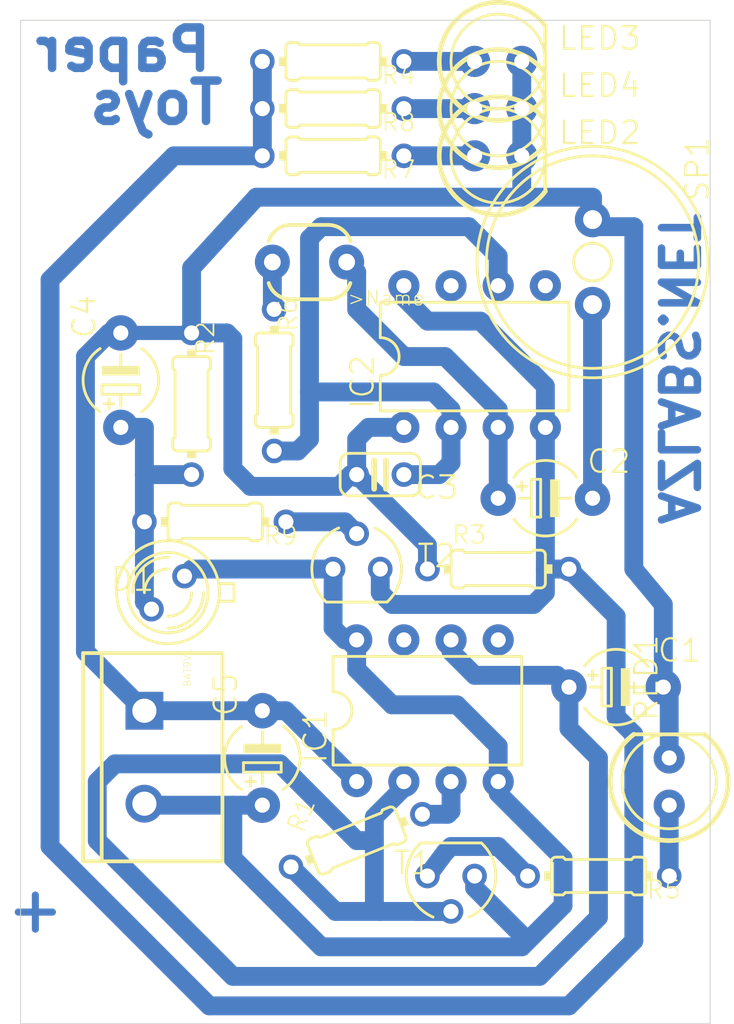
<source format=kicad_pcb>
(kicad_pcb (version 20171130) (host pcbnew 5.1.5+dfsg1-2build2)

  (general
    (thickness 1.6)
    (drawings 8)
    (tracks 156)
    (zones 0)
    (modules 26)
    (nets 21)
  )

  (page A4)
  (layers
    (0 Top signal)
    (1 Route2 signal)
    (2 Route3 signal)
    (3 Route4 signal)
    (4 Route5 signal)
    (5 Route6 signal)
    (6 Route7 signal)
    (7 Route8 signal)
    (8 Route9 signal)
    (9 Route10 signal)
    (10 Route11 signal)
    (11 Route12 signal)
    (12 Route13 signal)
    (13 Route14 signal)
    (14 Route15 signal)
    (31 Bottom signal)
    (32 B.Adhes user)
    (33 F.Adhes user)
    (34 B.Paste user)
    (35 F.Paste user)
    (36 B.SilkS user)
    (37 F.SilkS user)
    (38 B.Mask user)
    (39 F.Mask user)
    (40 Dwgs.User user)
    (41 Cmts.User user)
    (42 Eco1.User user)
    (43 Eco2.User user)
    (44 Edge.Cuts user)
    (45 Margin user)
    (46 B.CrtYd user)
    (47 F.CrtYd user)
    (48 B.Fab user)
    (49 F.Fab user)
  )

  (setup
    (last_trace_width 0.25)
    (trace_clearance 0.2)
    (zone_clearance 0.508)
    (zone_45_only no)
    (trace_min 0.2)
    (via_size 0.8)
    (via_drill 0.4)
    (via_min_size 0.4)
    (via_min_drill 0.3)
    (uvia_size 0.3)
    (uvia_drill 0.1)
    (uvias_allowed no)
    (uvia_min_size 0.2)
    (uvia_min_drill 0.1)
    (edge_width 0.05)
    (segment_width 0.2)
    (pcb_text_width 0.3)
    (pcb_text_size 1.5 1.5)
    (mod_edge_width 0.12)
    (mod_text_size 1 1)
    (mod_text_width 0.15)
    (pad_size 1.524 1.524)
    (pad_drill 0.762)
    (pad_to_mask_clearance 0.051)
    (solder_mask_min_width 0.25)
    (aux_axis_origin 0 0)
    (visible_elements FFFFFF7F)
    (pcbplotparams
      (layerselection 0x010fc_ffffffff)
      (usegerberextensions false)
      (usegerberattributes false)
      (usegerberadvancedattributes false)
      (creategerberjobfile false)
      (excludeedgelayer true)
      (linewidth 0.100000)
      (plotframeref false)
      (viasonmask false)
      (mode 1)
      (useauxorigin false)
      (hpglpennumber 1)
      (hpglpenspeed 20)
      (hpglpendiameter 15.000000)
      (psnegative false)
      (psa4output false)
      (plotreference true)
      (plotvalue true)
      (plotinvisibletext false)
      (padsonsilk false)
      (subtractmaskfromsilk false)
      (outputformat 1)
      (mirror false)
      (drillshape 1)
      (scaleselection 1)
      (outputdirectory ""))
  )

  (net 0 "")
  (net 1 GND)
  (net 2 VCC)
  (net 3 VDD)
  (net 4 "Net-(IC1-Pad5)")
  (net 5 "Net-(C1-Pad+)")
  (net 6 "Net-(IC1-Pad3)")
  (net 7 "Net-(IC1-Pad7)")
  (net 8 "Net-(IC2-Pad5)")
  (net 9 "Net-(C3-Pad1)")
  (net 10 "Net-(C2-Pad+)")
  (net 11 "Net-(IC2-Pad7)")
  (net 12 "Net-(R5-Pad2)")
  (net 13 "Net-(R5-Pad1)")
  (net 14 "Net-(LED2-PadA)")
  (net 15 "Net-(LED3-PadA)")
  (net 16 "Net-(LED4-PadA)")
  (net 17 "Net-(C4-Pad+)")
  (net 18 "Net-(R10-Pad2)")
  (net 19 "Net-(R9-Pad1)")
  (net 20 "Net-(C2-Pad-)")

  (net_class Default "This is the default net class."
    (clearance 0.2)
    (trace_width 0.25)
    (via_dia 0.8)
    (via_drill 0.4)
    (uvia_dia 0.3)
    (uvia_drill 0.1)
    (add_net GND)
    (add_net "Net-(C1-Pad+)")
    (add_net "Net-(C2-Pad+)")
    (add_net "Net-(C2-Pad-)")
    (add_net "Net-(C3-Pad1)")
    (add_net "Net-(C4-Pad+)")
    (add_net "Net-(IC1-Pad3)")
    (add_net "Net-(IC1-Pad5)")
    (add_net "Net-(IC1-Pad7)")
    (add_net "Net-(IC2-Pad5)")
    (add_net "Net-(IC2-Pad7)")
    (add_net "Net-(LED2-PadA)")
    (add_net "Net-(LED3-PadA)")
    (add_net "Net-(LED4-PadA)")
    (add_net "Net-(R10-Pad2)")
    (add_net "Net-(R5-Pad1)")
    (add_net "Net-(R5-Pad2)")
    (add_net "Net-(R9-Pad1)")
    (add_net VCC)
    (add_net VDD)
  )

  (module bandido:DIL08-ROUND (layer Top) (tedit 0) (tstamp 60CF753F)
    (at 151.84485 115.15735)
    (descr "<b>Dual In Line Package</b>")
    (path /06F92037)
    (fp_text reference IC1 (at -5.334 2.921 90) (layer F.SilkS)
      (effects (font (size 1.2065 1.2065) (thickness 0.12065)) (justify left bottom))
    )
    (fp_text value 555N (at -3.556 0.635) (layer F.Fab)
      (effects (font (size 1.2065 1.2065) (thickness 0.12065)) (justify left bottom))
    )
    (fp_arc (start -5.08 0) (end -5.08 -1.016) (angle 180) (layer F.SilkS) (width 0.1524))
    (fp_line (start -5.08 2.921) (end -5.08 1.016) (layer F.SilkS) (width 0.1524))
    (fp_line (start -5.08 -2.921) (end -5.08 -1.016) (layer F.SilkS) (width 0.1524))
    (fp_line (start 5.08 -2.921) (end 5.08 2.921) (layer F.SilkS) (width 0.1524))
    (fp_line (start -5.08 2.921) (end 5.08 2.921) (layer F.SilkS) (width 0.1524))
    (fp_line (start 5.08 -2.921) (end -5.08 -2.921) (layer F.SilkS) (width 0.1524))
    (pad 5 thru_hole circle (at 3.81 -3.81 90) (size 1.6764 1.6764) (drill 0.8128) (layers *.Cu *.Mask)
      (net 4 "Net-(IC1-Pad5)") (solder_mask_margin 0.1016))
    (pad 6 thru_hole circle (at 1.27 -3.81 90) (size 1.6764 1.6764) (drill 0.8128) (layers *.Cu *.Mask)
      (net 5 "Net-(C1-Pad+)") (solder_mask_margin 0.1016))
    (pad 4 thru_hole circle (at 3.81 3.81 90) (size 1.6764 1.6764) (drill 0.8128) (layers *.Cu *.Mask)
      (net 2 VCC) (solder_mask_margin 0.1016))
    (pad 3 thru_hole circle (at 1.27 3.81 90) (size 1.6764 1.6764) (drill 0.8128) (layers *.Cu *.Mask)
      (net 6 "Net-(IC1-Pad3)") (solder_mask_margin 0.1016))
    (pad 8 thru_hole circle (at -3.81 -3.81 90) (size 1.6764 1.6764) (drill 0.8128) (layers *.Cu *.Mask)
      (net 2 VCC) (solder_mask_margin 0.1016))
    (pad 7 thru_hole circle (at -1.27 -3.81 90) (size 1.6764 1.6764) (drill 0.8128) (layers *.Cu *.Mask)
      (net 7 "Net-(IC1-Pad7)") (solder_mask_margin 0.1016))
    (pad 2 thru_hole circle (at -1.27 3.81 90) (size 1.6764 1.6764) (drill 0.8128) (layers *.Cu *.Mask)
      (net 5 "Net-(C1-Pad+)") (solder_mask_margin 0.1016))
    (pad 1 thru_hole circle (at -3.81 3.81 90) (size 1.6764 1.6764) (drill 0.8128) (layers *.Cu *.Mask)
      (net 1 GND) (solder_mask_margin 0.1016))
  )

  (module bandido:DIL08-ROUND (layer Top) (tedit 0) (tstamp 60CF7550)
    (at 154.38485 96.10735)
    (descr "<b>Dual In Line Package</b>")
    (path /541775CA)
    (fp_text reference IC2 (at -5.334 2.921 90) (layer F.SilkS)
      (effects (font (size 1.2065 1.2065) (thickness 0.12065)) (justify left bottom))
    )
    (fp_text value 555N (at -3.556 0.635) (layer F.Fab)
      (effects (font (size 1.2065 1.2065) (thickness 0.12065)) (justify left bottom))
    )
    (fp_arc (start -5.08 0) (end -5.08 -1.016) (angle 180) (layer F.SilkS) (width 0.1524))
    (fp_line (start -5.08 2.921) (end -5.08 1.016) (layer F.SilkS) (width 0.1524))
    (fp_line (start -5.08 -2.921) (end -5.08 -1.016) (layer F.SilkS) (width 0.1524))
    (fp_line (start 5.08 -2.921) (end 5.08 2.921) (layer F.SilkS) (width 0.1524))
    (fp_line (start -5.08 2.921) (end 5.08 2.921) (layer F.SilkS) (width 0.1524))
    (fp_line (start 5.08 -2.921) (end -5.08 -2.921) (layer F.SilkS) (width 0.1524))
    (pad 5 thru_hole circle (at 3.81 -3.81 90) (size 1.6764 1.6764) (drill 0.8128) (layers *.Cu *.Mask)
      (net 8 "Net-(IC2-Pad5)") (solder_mask_margin 0.1016))
    (pad 6 thru_hole circle (at 1.27 -3.81 90) (size 1.6764 1.6764) (drill 0.8128) (layers *.Cu *.Mask)
      (net 9 "Net-(C3-Pad1)") (solder_mask_margin 0.1016))
    (pad 4 thru_hole circle (at 3.81 3.81 90) (size 1.6764 1.6764) (drill 0.8128) (layers *.Cu *.Mask)
      (net 3 VDD) (solder_mask_margin 0.1016))
    (pad 3 thru_hole circle (at 1.27 3.81 90) (size 1.6764 1.6764) (drill 0.8128) (layers *.Cu *.Mask)
      (net 10 "Net-(C2-Pad+)") (solder_mask_margin 0.1016))
    (pad 8 thru_hole circle (at -3.81 -3.81 90) (size 1.6764 1.6764) (drill 0.8128) (layers *.Cu *.Mask)
      (net 3 VDD) (solder_mask_margin 0.1016))
    (pad 7 thru_hole circle (at -1.27 -3.81 90) (size 1.6764 1.6764) (drill 0.8128) (layers *.Cu *.Mask)
      (net 11 "Net-(IC2-Pad7)") (solder_mask_margin 0.1016))
    (pad 2 thru_hole circle (at -1.27 3.81 90) (size 1.6764 1.6764) (drill 0.8128) (layers *.Cu *.Mask)
      (net 9 "Net-(C3-Pad1)") (solder_mask_margin 0.1016))
    (pad 1 thru_hole circle (at -3.81 3.81 90) (size 1.6764 1.6764) (drill 0.8128) (layers *.Cu *.Mask)
      (net 1 GND) (solder_mask_margin 0.1016))
  )

  (module bandido:SOT54A (layer Top) (tedit 0) (tstamp 60CF7561)
    (at 153.11485 124.04735 180)
    (descr "<b>SOT-54</b><p>\ngrid 2.54 mm")
    (path /011D2A96)
    (fp_text reference T1 (at 3.175 0) (layer F.SilkS)
      (effects (font (size 1.2065 1.2065) (thickness 0.12065)) (justify left bottom))
    )
    (fp_text value BC337 (at 3.175 1.905) (layer F.Fab)
      (effects (font (size 1.2065 1.2065) (thickness 0.12065)) (justify left bottom))
    )
    (fp_line (start -1.631 1.778) (end 1.631 1.778) (layer F.SilkS) (width 0.1524))
    (fp_arc (start -0.0003 -0.000017) (end 0.9689 -2.2098) (angle 113.782137) (layer F.SilkS) (width 0.1524))
    (fp_arc (start 0.0003 -0.000017) (end -1.631 1.778) (angle 113.782137) (layer F.SilkS) (width 0.1524))
    (fp_arc (start 0 0) (end -0.9692 -2.2098) (angle 47.363718) (layer F.Fab) (width 0.1524))
    (pad E thru_hole circle (at 1.27 0 180) (size 1.3208 1.3208) (drill 0.8128) (layers *.Cu *.Mask)
      (net 12 "Net-(R5-Pad2)") (solder_mask_margin 0.1016))
    (pad B thru_hole circle (at 0 -1.905 180) (size 1.3208 1.3208) (drill 0.8128) (layers *.Cu *.Mask)
      (net 5 "Net-(C1-Pad+)") (solder_mask_margin 0.1016))
    (pad C thru_hole circle (at -1.27 0 180) (size 1.3208 1.3208) (drill 0.8128) (layers *.Cu *.Mask)
      (net 2 VCC) (solder_mask_margin 0.1016))
  )

  (module bandido:LED5MM (layer Top) (tedit 0) (tstamp 60CF756B)
    (at 164.86235 118.96735 90)
    (descr "<B>LED</B><p>\n5 mm, round")
    (path /9AD69087)
    (fp_text reference RED1 (at 3.175 -0.5334 90) (layer F.SilkS)
      (effects (font (size 1.2065 1.2065) (thickness 0.12065)) (justify left bottom))
    )
    (fp_text value LED5MM (at 3.2004 1.8034 90) (layer F.Fab)
      (effects (font (size 1.2065 1.2065) (thickness 0.12065)) (justify left bottom))
    )
    (fp_circle (center 0 0) (end 2.54 0) (layer F.SilkS) (width 0.1524))
    (fp_arc (start 0 0) (end 0 2.159) (angle -90) (layer F.Fab) (width 0.1524))
    (fp_arc (start 0 0) (end -2.159 0) (angle 90) (layer F.Fab) (width 0.1524))
    (fp_arc (start 0 0) (end 0 1.651) (angle -90) (layer F.Fab) (width 0.1524))
    (fp_arc (start 0 0) (end -1.651 0) (angle 90) (layer F.Fab) (width 0.1524))
    (fp_arc (start 0 0) (end 0 1.143) (angle -90) (layer F.Fab) (width 0.1524))
    (fp_arc (start 0 0) (end -1.143 0) (angle 90) (layer F.Fab) (width 0.1524))
    (fp_arc (start 0 0) (end 2.54 1.905) (angle 286.260205) (layer F.SilkS) (width 0.254))
    (fp_line (start 2.54 1.905) (end 2.54 -1.905) (layer F.SilkS) (width 0.2032))
    (pad K thru_hole circle (at 1.27 0 90) (size 1.6764 1.6764) (drill 0.8128) (layers *.Cu *.Mask)
      (net 1 GND) (solder_mask_margin 0.1016))
    (pad A thru_hole circle (at -1.27 0 90) (size 1.6764 1.6764) (drill 0.8128) (layers *.Cu *.Mask)
      (net 13 "Net-(R5-Pad1)") (solder_mask_margin 0.1016))
  )

  (module bandido:LED5MM (layer Top) (tedit 0) (tstamp 60CF7579)
    (at 155.65485 85.31235)
    (descr "<B>LED</B><p>\n5 mm, round")
    (path /6A31474D)
    (fp_text reference LED2 (at 3.175 -0.5334) (layer F.SilkS)
      (effects (font (size 1.2065 1.2065) (thickness 0.12065)) (justify left bottom))
    )
    (fp_text value LED5MM (at 3.2004 1.8034) (layer F.Fab)
      (effects (font (size 1.2065 1.2065) (thickness 0.12065)) (justify left bottom))
    )
    (fp_circle (center 0 0) (end 2.54 0) (layer F.SilkS) (width 0.1524))
    (fp_arc (start 0 0) (end 0 2.159) (angle -90) (layer F.Fab) (width 0.1524))
    (fp_arc (start 0 0) (end -2.159 0) (angle 90) (layer F.Fab) (width 0.1524))
    (fp_arc (start 0 0) (end 0 1.651) (angle -90) (layer F.Fab) (width 0.1524))
    (fp_arc (start 0 0) (end -1.651 0) (angle 90) (layer F.Fab) (width 0.1524))
    (fp_arc (start 0 0) (end 0 1.143) (angle -90) (layer F.Fab) (width 0.1524))
    (fp_arc (start 0 0) (end -1.143 0) (angle 90) (layer F.Fab) (width 0.1524))
    (fp_arc (start 0 0) (end 2.54 1.905) (angle 286.260205) (layer F.SilkS) (width 0.254))
    (fp_line (start 2.54 1.905) (end 2.54 -1.905) (layer F.SilkS) (width 0.2032))
    (pad K thru_hole circle (at 1.27 0) (size 1.6764 1.6764) (drill 0.8128) (layers *.Cu *.Mask)
      (net 1 GND) (solder_mask_margin 0.1016))
    (pad A thru_hole circle (at -1.27 0) (size 1.6764 1.6764) (drill 0.8128) (layers *.Cu *.Mask)
      (net 14 "Net-(LED2-PadA)") (solder_mask_margin 0.1016))
  )

  (module bandido:LED5MM (layer Top) (tedit 0) (tstamp 60CF7587)
    (at 155.65485 80.23235)
    (descr "<B>LED</B><p>\n5 mm, round")
    (path /57046BE5)
    (fp_text reference LED3 (at 3.175 -0.5334) (layer F.SilkS)
      (effects (font (size 1.2065 1.2065) (thickness 0.12065)) (justify left bottom))
    )
    (fp_text value LED5MM (at 3.2004 1.8034) (layer F.Fab)
      (effects (font (size 1.2065 1.2065) (thickness 0.12065)) (justify left bottom))
    )
    (fp_circle (center 0 0) (end 2.54 0) (layer F.SilkS) (width 0.1524))
    (fp_arc (start 0 0) (end 0 2.159) (angle -90) (layer F.Fab) (width 0.1524))
    (fp_arc (start 0 0) (end -2.159 0) (angle 90) (layer F.Fab) (width 0.1524))
    (fp_arc (start 0 0) (end 0 1.651) (angle -90) (layer F.Fab) (width 0.1524))
    (fp_arc (start 0 0) (end -1.651 0) (angle 90) (layer F.Fab) (width 0.1524))
    (fp_arc (start 0 0) (end 0 1.143) (angle -90) (layer F.Fab) (width 0.1524))
    (fp_arc (start 0 0) (end -1.143 0) (angle 90) (layer F.Fab) (width 0.1524))
    (fp_arc (start 0 0) (end 2.54 1.905) (angle 286.260205) (layer F.SilkS) (width 0.254))
    (fp_line (start 2.54 1.905) (end 2.54 -1.905) (layer F.SilkS) (width 0.2032))
    (pad K thru_hole circle (at 1.27 0) (size 1.6764 1.6764) (drill 0.8128) (layers *.Cu *.Mask)
      (net 1 GND) (solder_mask_margin 0.1016))
    (pad A thru_hole circle (at -1.27 0) (size 1.6764 1.6764) (drill 0.8128) (layers *.Cu *.Mask)
      (net 15 "Net-(LED3-PadA)") (solder_mask_margin 0.1016))
  )

  (module bandido:LED5MM (layer Top) (tedit 0) (tstamp 60CF7595)
    (at 155.65485 82.77235)
    (descr "<B>LED</B><p>\n5 mm, round")
    (path /0D206A19)
    (fp_text reference LED4 (at 3.175 -0.5334) (layer F.SilkS)
      (effects (font (size 1.2065 1.2065) (thickness 0.12065)) (justify left bottom))
    )
    (fp_text value LED5MM (at 3.2004 1.8034) (layer F.Fab)
      (effects (font (size 1.2065 1.2065) (thickness 0.12065)) (justify left bottom))
    )
    (fp_circle (center 0 0) (end 2.54 0) (layer F.SilkS) (width 0.1524))
    (fp_arc (start 0 0) (end 0 2.159) (angle -90) (layer F.Fab) (width 0.1524))
    (fp_arc (start 0 0) (end -2.159 0) (angle 90) (layer F.Fab) (width 0.1524))
    (fp_arc (start 0 0) (end 0 1.651) (angle -90) (layer F.Fab) (width 0.1524))
    (fp_arc (start 0 0) (end -1.651 0) (angle 90) (layer F.Fab) (width 0.1524))
    (fp_arc (start 0 0) (end 0 1.143) (angle -90) (layer F.Fab) (width 0.1524))
    (fp_arc (start 0 0) (end -1.143 0) (angle 90) (layer F.Fab) (width 0.1524))
    (fp_arc (start 0 0) (end 2.54 1.905) (angle 286.260205) (layer F.SilkS) (width 0.254))
    (fp_line (start 2.54 1.905) (end 2.54 -1.905) (layer F.SilkS) (width 0.2032))
    (pad K thru_hole circle (at 1.27 0) (size 1.6764 1.6764) (drill 0.8128) (layers *.Cu *.Mask)
      (net 1 GND) (solder_mask_margin 0.1016))
    (pad A thru_hole circle (at -1.27 0) (size 1.6764 1.6764) (drill 0.8128) (layers *.Cu *.Mask)
      (net 16 "Net-(LED4-PadA)") (solder_mask_margin 0.1016))
  )

  (module bandido:BPX65 (layer Top) (tedit 0) (tstamp 60CF75A3)
    (at 137.87485 108.80735 180)
    (descr "<B>PHOTO DIODE</B>")
    (path /8D141E84)
    (fp_text reference D1 (at 3.175 0) (layer F.SilkS)
      (effects (font (size 1.2065 1.2065) (thickness 0.12065)) (justify left bottom))
    )
    (fp_text value BPX65 (at 3.175 1.905) (layer F.Fab)
      (effects (font (size 1.2065 1.2065) (thickness 0.12065)) (justify left bottom))
    )
    (fp_circle (center 0 0) (end 2.159 0) (layer F.SilkS) (width 0.1524))
    (fp_circle (center 0 0.0254) (end 2.7686 0.0254) (layer F.SilkS) (width 0.1524))
    (fp_arc (start 0 0) (end 0 1.905) (angle -90) (layer F.SilkS) (width 0.1524))
    (fp_arc (start 0 0) (end 0 1.27) (angle -90) (layer F.SilkS) (width 0.1524))
    (fp_arc (start 0 0) (end -1.27 0) (angle 90) (layer F.SilkS) (width 0.1524))
    (fp_arc (start 0 0) (end -1.905 0) (angle 90) (layer F.SilkS) (width 0.1524))
    (fp_line (start -3.556 0.4826) (end -2.7178 0.4826) (layer F.SilkS) (width 0.1524))
    (fp_line (start -3.556 -0.4572) (end -3.556 0.4826) (layer F.SilkS) (width 0.1524))
    (fp_line (start -2.7432 -0.4572) (end -3.556 -0.4572) (layer F.SilkS) (width 0.1524))
    (pad K thru_hole circle (at 0.889 -0.889 180) (size 1.3208 1.3208) (drill 0.8128) (layers *.Cu *.Mask)
      (net 17 "Net-(C4-Pad+)") (solder_mask_margin 0.1016))
    (pad A thru_hole circle (at -0.889 0.889 180) (size 1.3208 1.3208) (drill 0.8128) (layers *.Cu *.Mask)
      (net 2 VCC) (solder_mask_margin 0.1016))
  )

  (module bandido:0204_7 (layer Top) (tedit 0) (tstamp 60CF75B1)
    (at 148.03485 122.14235 21.8)
    (descr "<b>RESISTOR</b><p>\ntype 0204, grid 7.5 mm")
    (path /D64CD49D)
    (fp_text reference R1 (at -2.540002 -1.295398 68.2) (layer F.SilkS)
      (effects (font (size 0.94107 0.94107) (thickness 0.094107)) (justify left bottom))
    )
    (fp_text value 33K (at -1.625601 0.482602 68.2) (layer F.Fab)
      (effects (font (size 0.94107 0.94107) (thickness 0.094107)) (justify left bottom))
    )
    (fp_poly (pts (xy -2.921 0.254) (xy -2.54 0.254) (xy -2.54 -0.254) (xy -2.921 -0.254)) (layer F.SilkS) (width 0))
    (fp_poly (pts (xy 2.54 0.254) (xy 2.921 0.254) (xy 2.921 -0.254) (xy 2.54 -0.254)) (layer F.SilkS) (width 0))
    (fp_line (start 2.54 0.762) (end 2.54 -0.762) (layer F.SilkS) (width 0.1524))
    (fp_line (start 2.286 1.016) (end 1.905 1.016) (layer F.SilkS) (width 0.1524))
    (fp_line (start 2.286 -1.016) (end 1.905 -1.016) (layer F.SilkS) (width 0.1524))
    (fp_line (start 1.778 0.889) (end -1.778 0.889) (layer F.SilkS) (width 0.1524))
    (fp_line (start 1.778 0.889) (end 1.905 1.016) (layer F.SilkS) (width 0.1524))
    (fp_line (start 1.778 -0.889) (end -1.778 -0.889) (layer F.SilkS) (width 0.1524))
    (fp_line (start 1.778 -0.889) (end 1.905 -1.016) (layer F.SilkS) (width 0.1524))
    (fp_line (start -1.778 0.889) (end -1.905 1.016) (layer F.SilkS) (width 0.1524))
    (fp_line (start -2.286 1.016) (end -1.905 1.016) (layer F.SilkS) (width 0.1524))
    (fp_line (start -1.778 -0.889) (end -1.905 -1.016) (layer F.SilkS) (width 0.1524))
    (fp_line (start -2.286 -1.016) (end -1.905 -1.016) (layer F.SilkS) (width 0.1524))
    (fp_line (start -2.54 0.762) (end -2.54 -0.762) (layer F.SilkS) (width 0.1524))
    (fp_arc (start 2.286 -0.762) (end 2.286 -1.016) (angle 90) (layer F.SilkS) (width 0.1524))
    (fp_arc (start 2.286 0.762) (end 2.286 1.016) (angle -90) (layer F.SilkS) (width 0.1524))
    (fp_arc (start -2.286 0.762) (end -2.54 0.762) (angle -90) (layer F.SilkS) (width 0.1524))
    (fp_arc (start -2.286 -0.762) (end -2.54 -0.762) (angle 90) (layer F.SilkS) (width 0.1524))
    (fp_line (start -3.81 0) (end -2.921 0) (layer F.Fab) (width 0.508))
    (fp_line (start 3.81 0) (end 2.921 0) (layer F.Fab) (width 0.508))
    (pad 2 thru_hole circle (at 3.81 0 21.8) (size 1.3208 1.3208) (drill 0.8128) (layers *.Cu *.Mask)
      (net 6 "Net-(IC1-Pad3)") (solder_mask_margin 0.1016))
    (pad 1 thru_hole circle (at -3.81 0 21.8) (size 1.3208 1.3208) (drill 0.8128) (layers *.Cu *.Mask)
      (net 5 "Net-(C1-Pad+)") (solder_mask_margin 0.1016))
  )

  (module bandido:0204_7 (layer Top) (tedit 0) (tstamp 60CF75CA)
    (at 139.14485 98.64735 270)
    (descr "<b>RESISTOR</b><p>\ntype 0204, grid 7.5 mm")
    (path /4611155E)
    (fp_text reference R2 (at -2.54 -1.2954 90) (layer F.SilkS)
      (effects (font (size 0.94107 0.94107) (thickness 0.094107)) (justify left bottom))
    )
    (fp_text value 2M (at -1.6256 0.4826 90) (layer F.Fab)
      (effects (font (size 0.94107 0.94107) (thickness 0.094107)) (justify left bottom))
    )
    (fp_poly (pts (xy -2.921 0.254) (xy -2.54 0.254) (xy -2.54 -0.254) (xy -2.921 -0.254)) (layer F.SilkS) (width 0))
    (fp_poly (pts (xy 2.54 0.254) (xy 2.921 0.254) (xy 2.921 -0.254) (xy 2.54 -0.254)) (layer F.SilkS) (width 0))
    (fp_line (start 2.54 0.762) (end 2.54 -0.762) (layer F.SilkS) (width 0.1524))
    (fp_line (start 2.286 1.016) (end 1.905 1.016) (layer F.SilkS) (width 0.1524))
    (fp_line (start 2.286 -1.016) (end 1.905 -1.016) (layer F.SilkS) (width 0.1524))
    (fp_line (start 1.778 0.889) (end -1.778 0.889) (layer F.SilkS) (width 0.1524))
    (fp_line (start 1.778 0.889) (end 1.905 1.016) (layer F.SilkS) (width 0.1524))
    (fp_line (start 1.778 -0.889) (end -1.778 -0.889) (layer F.SilkS) (width 0.1524))
    (fp_line (start 1.778 -0.889) (end 1.905 -1.016) (layer F.SilkS) (width 0.1524))
    (fp_line (start -1.778 0.889) (end -1.905 1.016) (layer F.SilkS) (width 0.1524))
    (fp_line (start -2.286 1.016) (end -1.905 1.016) (layer F.SilkS) (width 0.1524))
    (fp_line (start -1.778 -0.889) (end -1.905 -1.016) (layer F.SilkS) (width 0.1524))
    (fp_line (start -2.286 -1.016) (end -1.905 -1.016) (layer F.SilkS) (width 0.1524))
    (fp_line (start -2.54 0.762) (end -2.54 -0.762) (layer F.SilkS) (width 0.1524))
    (fp_arc (start 2.286 -0.762) (end 2.286 -1.016) (angle 90) (layer F.SilkS) (width 0.1524))
    (fp_arc (start 2.286 0.762) (end 2.286 1.016) (angle -90) (layer F.SilkS) (width 0.1524))
    (fp_arc (start -2.286 0.762) (end -2.54 0.762) (angle -90) (layer F.SilkS) (width 0.1524))
    (fp_arc (start -2.286 -0.762) (end -2.54 -0.762) (angle 90) (layer F.SilkS) (width 0.1524))
    (fp_line (start -3.81 0) (end -2.921 0) (layer F.Fab) (width 0.508))
    (fp_line (start 3.81 0) (end 2.921 0) (layer F.Fab) (width 0.508))
    (pad 2 thru_hole circle (at 3.81 0 270) (size 1.3208 1.3208) (drill 0.8128) (layers *.Cu *.Mask)
      (net 17 "Net-(C4-Pad+)") (solder_mask_margin 0.1016))
    (pad 1 thru_hole circle (at -3.81 0 270) (size 1.3208 1.3208) (drill 0.8128) (layers *.Cu *.Mask)
      (net 1 GND) (solder_mask_margin 0.1016))
  )

  (module bandido:0204_7 (layer Top) (tedit 0) (tstamp 60CF75E3)
    (at 155.65485 107.53735)
    (descr "<b>RESISTOR</b><p>\ntype 0204, grid 7.5 mm")
    (path /E1AFD295)
    (fp_text reference R3 (at -2.54 -1.2954) (layer F.SilkS)
      (effects (font (size 0.94107 0.94107) (thickness 0.094107)) (justify left bottom))
    )
    (fp_text value 2M (at -1.6256 0.4826) (layer F.Fab)
      (effects (font (size 0.94107 0.94107) (thickness 0.094107)) (justify left bottom))
    )
    (fp_poly (pts (xy -2.921 0.254) (xy -2.54 0.254) (xy -2.54 -0.254) (xy -2.921 -0.254)) (layer F.SilkS) (width 0))
    (fp_poly (pts (xy 2.54 0.254) (xy 2.921 0.254) (xy 2.921 -0.254) (xy 2.54 -0.254)) (layer F.SilkS) (width 0))
    (fp_line (start 2.54 0.762) (end 2.54 -0.762) (layer F.SilkS) (width 0.1524))
    (fp_line (start 2.286 1.016) (end 1.905 1.016) (layer F.SilkS) (width 0.1524))
    (fp_line (start 2.286 -1.016) (end 1.905 -1.016) (layer F.SilkS) (width 0.1524))
    (fp_line (start 1.778 0.889) (end -1.778 0.889) (layer F.SilkS) (width 0.1524))
    (fp_line (start 1.778 0.889) (end 1.905 1.016) (layer F.SilkS) (width 0.1524))
    (fp_line (start 1.778 -0.889) (end -1.778 -0.889) (layer F.SilkS) (width 0.1524))
    (fp_line (start 1.778 -0.889) (end 1.905 -1.016) (layer F.SilkS) (width 0.1524))
    (fp_line (start -1.778 0.889) (end -1.905 1.016) (layer F.SilkS) (width 0.1524))
    (fp_line (start -2.286 1.016) (end -1.905 1.016) (layer F.SilkS) (width 0.1524))
    (fp_line (start -1.778 -0.889) (end -1.905 -1.016) (layer F.SilkS) (width 0.1524))
    (fp_line (start -2.286 -1.016) (end -1.905 -1.016) (layer F.SilkS) (width 0.1524))
    (fp_line (start -2.54 0.762) (end -2.54 -0.762) (layer F.SilkS) (width 0.1524))
    (fp_arc (start 2.286 -0.762) (end 2.286 -1.016) (angle 90) (layer F.SilkS) (width 0.1524))
    (fp_arc (start 2.286 0.762) (end 2.286 1.016) (angle -90) (layer F.SilkS) (width 0.1524))
    (fp_arc (start -2.286 0.762) (end -2.54 0.762) (angle -90) (layer F.SilkS) (width 0.1524))
    (fp_arc (start -2.286 -0.762) (end -2.54 -0.762) (angle 90) (layer F.SilkS) (width 0.1524))
    (fp_line (start -3.81 0) (end -2.921 0) (layer F.Fab) (width 0.508))
    (fp_line (start 3.81 0) (end 2.921 0) (layer F.Fab) (width 0.508))
    (pad 2 thru_hole circle (at 3.81 0) (size 1.3208 1.3208) (drill 0.8128) (layers *.Cu *.Mask)
      (net 3 VDD) (solder_mask_margin 0.1016))
    (pad 1 thru_hole circle (at -3.81 0) (size 1.3208 1.3208) (drill 0.8128) (layers *.Cu *.Mask)
      (net 1 GND) (solder_mask_margin 0.1016))
  )

  (module bandido:0204_7 (layer Top) (tedit 0) (tstamp 60CF75FC)
    (at 146.76485 80.23235 180)
    (descr "<b>RESISTOR</b><p>\ntype 0204, grid 7.5 mm")
    (path /77D2B974)
    (fp_text reference R4 (at -2.54 -1.2954) (layer F.SilkS)
      (effects (font (size 0.94107 0.94107) (thickness 0.094107)) (justify left bottom))
    )
    (fp_text value 560R (at -1.6256 0.4826) (layer F.Fab)
      (effects (font (size 0.94107 0.94107) (thickness 0.094107)) (justify left bottom))
    )
    (fp_poly (pts (xy -2.921 0.254) (xy -2.54 0.254) (xy -2.54 -0.254) (xy -2.921 -0.254)) (layer F.SilkS) (width 0))
    (fp_poly (pts (xy 2.54 0.254) (xy 2.921 0.254) (xy 2.921 -0.254) (xy 2.54 -0.254)) (layer F.SilkS) (width 0))
    (fp_line (start 2.54 0.762) (end 2.54 -0.762) (layer F.SilkS) (width 0.1524))
    (fp_line (start 2.286 1.016) (end 1.905 1.016) (layer F.SilkS) (width 0.1524))
    (fp_line (start 2.286 -1.016) (end 1.905 -1.016) (layer F.SilkS) (width 0.1524))
    (fp_line (start 1.778 0.889) (end -1.778 0.889) (layer F.SilkS) (width 0.1524))
    (fp_line (start 1.778 0.889) (end 1.905 1.016) (layer F.SilkS) (width 0.1524))
    (fp_line (start 1.778 -0.889) (end -1.778 -0.889) (layer F.SilkS) (width 0.1524))
    (fp_line (start 1.778 -0.889) (end 1.905 -1.016) (layer F.SilkS) (width 0.1524))
    (fp_line (start -1.778 0.889) (end -1.905 1.016) (layer F.SilkS) (width 0.1524))
    (fp_line (start -2.286 1.016) (end -1.905 1.016) (layer F.SilkS) (width 0.1524))
    (fp_line (start -1.778 -0.889) (end -1.905 -1.016) (layer F.SilkS) (width 0.1524))
    (fp_line (start -2.286 -1.016) (end -1.905 -1.016) (layer F.SilkS) (width 0.1524))
    (fp_line (start -2.54 0.762) (end -2.54 -0.762) (layer F.SilkS) (width 0.1524))
    (fp_arc (start 2.286 -0.762) (end 2.286 -1.016) (angle 90) (layer F.SilkS) (width 0.1524))
    (fp_arc (start 2.286 0.762) (end 2.286 1.016) (angle -90) (layer F.SilkS) (width 0.1524))
    (fp_arc (start -2.286 0.762) (end -2.54 0.762) (angle -90) (layer F.SilkS) (width 0.1524))
    (fp_arc (start -2.286 -0.762) (end -2.54 -0.762) (angle 90) (layer F.SilkS) (width 0.1524))
    (fp_line (start -3.81 0) (end -2.921 0) (layer F.Fab) (width 0.508))
    (fp_line (start 3.81 0) (end 2.921 0) (layer F.Fab) (width 0.508))
    (pad 2 thru_hole circle (at 3.81 0 180) (size 1.3208 1.3208) (drill 0.8128) (layers *.Cu *.Mask)
      (net 3 VDD) (solder_mask_margin 0.1016))
    (pad 1 thru_hole circle (at -3.81 0 180) (size 1.3208 1.3208) (drill 0.8128) (layers *.Cu *.Mask)
      (net 15 "Net-(LED3-PadA)") (solder_mask_margin 0.1016))
  )

  (module bandido:0204_7 (layer Top) (tedit 0) (tstamp 60CF7615)
    (at 161.05235 124.04735 180)
    (descr "<b>RESISTOR</b><p>\ntype 0204, grid 7.5 mm")
    (path /A4C6134E)
    (fp_text reference R5 (at -2.54 -1.2954) (layer F.SilkS)
      (effects (font (size 0.94107 0.94107) (thickness 0.094107)) (justify left bottom))
    )
    (fp_text value 220R (at -1.6256 0.4826) (layer F.Fab)
      (effects (font (size 0.94107 0.94107) (thickness 0.094107)) (justify left bottom))
    )
    (fp_poly (pts (xy -2.921 0.254) (xy -2.54 0.254) (xy -2.54 -0.254) (xy -2.921 -0.254)) (layer F.SilkS) (width 0))
    (fp_poly (pts (xy 2.54 0.254) (xy 2.921 0.254) (xy 2.921 -0.254) (xy 2.54 -0.254)) (layer F.SilkS) (width 0))
    (fp_line (start 2.54 0.762) (end 2.54 -0.762) (layer F.SilkS) (width 0.1524))
    (fp_line (start 2.286 1.016) (end 1.905 1.016) (layer F.SilkS) (width 0.1524))
    (fp_line (start 2.286 -1.016) (end 1.905 -1.016) (layer F.SilkS) (width 0.1524))
    (fp_line (start 1.778 0.889) (end -1.778 0.889) (layer F.SilkS) (width 0.1524))
    (fp_line (start 1.778 0.889) (end 1.905 1.016) (layer F.SilkS) (width 0.1524))
    (fp_line (start 1.778 -0.889) (end -1.778 -0.889) (layer F.SilkS) (width 0.1524))
    (fp_line (start 1.778 -0.889) (end 1.905 -1.016) (layer F.SilkS) (width 0.1524))
    (fp_line (start -1.778 0.889) (end -1.905 1.016) (layer F.SilkS) (width 0.1524))
    (fp_line (start -2.286 1.016) (end -1.905 1.016) (layer F.SilkS) (width 0.1524))
    (fp_line (start -1.778 -0.889) (end -1.905 -1.016) (layer F.SilkS) (width 0.1524))
    (fp_line (start -2.286 -1.016) (end -1.905 -1.016) (layer F.SilkS) (width 0.1524))
    (fp_line (start -2.54 0.762) (end -2.54 -0.762) (layer F.SilkS) (width 0.1524))
    (fp_arc (start 2.286 -0.762) (end 2.286 -1.016) (angle 90) (layer F.SilkS) (width 0.1524))
    (fp_arc (start 2.286 0.762) (end 2.286 1.016) (angle -90) (layer F.SilkS) (width 0.1524))
    (fp_arc (start -2.286 0.762) (end -2.54 0.762) (angle -90) (layer F.SilkS) (width 0.1524))
    (fp_arc (start -2.286 -0.762) (end -2.54 -0.762) (angle 90) (layer F.SilkS) (width 0.1524))
    (fp_line (start -3.81 0) (end -2.921 0) (layer F.Fab) (width 0.508))
    (fp_line (start 3.81 0) (end 2.921 0) (layer F.Fab) (width 0.508))
    (pad 2 thru_hole circle (at 3.81 0 180) (size 1.3208 1.3208) (drill 0.8128) (layers *.Cu *.Mask)
      (net 12 "Net-(R5-Pad2)") (solder_mask_margin 0.1016))
    (pad 1 thru_hole circle (at -3.81 0 180) (size 1.3208 1.3208) (drill 0.8128) (layers *.Cu *.Mask)
      (net 13 "Net-(R5-Pad1)") (solder_mask_margin 0.1016))
  )

  (module bandido:0204_7 (layer Top) (tedit 0) (tstamp 60CF762E)
    (at 143.58985 97.37735 270)
    (descr "<b>RESISTOR</b><p>\ntype 0204, grid 7.5 mm")
    (path /6C6B19D5)
    (fp_text reference R6 (at -2.54 -1.2954 90) (layer F.SilkS)
      (effects (font (size 0.94107 0.94107) (thickness 0.094107)) (justify left bottom))
    )
    (fp_text value 2K2 (at -1.6256 0.4826 90) (layer F.Fab)
      (effects (font (size 0.94107 0.94107) (thickness 0.094107)) (justify left bottom))
    )
    (fp_poly (pts (xy -2.921 0.254) (xy -2.54 0.254) (xy -2.54 -0.254) (xy -2.921 -0.254)) (layer F.SilkS) (width 0))
    (fp_poly (pts (xy 2.54 0.254) (xy 2.921 0.254) (xy 2.921 -0.254) (xy 2.54 -0.254)) (layer F.SilkS) (width 0))
    (fp_line (start 2.54 0.762) (end 2.54 -0.762) (layer F.SilkS) (width 0.1524))
    (fp_line (start 2.286 1.016) (end 1.905 1.016) (layer F.SilkS) (width 0.1524))
    (fp_line (start 2.286 -1.016) (end 1.905 -1.016) (layer F.SilkS) (width 0.1524))
    (fp_line (start 1.778 0.889) (end -1.778 0.889) (layer F.SilkS) (width 0.1524))
    (fp_line (start 1.778 0.889) (end 1.905 1.016) (layer F.SilkS) (width 0.1524))
    (fp_line (start 1.778 -0.889) (end -1.778 -0.889) (layer F.SilkS) (width 0.1524))
    (fp_line (start 1.778 -0.889) (end 1.905 -1.016) (layer F.SilkS) (width 0.1524))
    (fp_line (start -1.778 0.889) (end -1.905 1.016) (layer F.SilkS) (width 0.1524))
    (fp_line (start -2.286 1.016) (end -1.905 1.016) (layer F.SilkS) (width 0.1524))
    (fp_line (start -1.778 -0.889) (end -1.905 -1.016) (layer F.SilkS) (width 0.1524))
    (fp_line (start -2.286 -1.016) (end -1.905 -1.016) (layer F.SilkS) (width 0.1524))
    (fp_line (start -2.54 0.762) (end -2.54 -0.762) (layer F.SilkS) (width 0.1524))
    (fp_arc (start 2.286 -0.762) (end 2.286 -1.016) (angle 90) (layer F.SilkS) (width 0.1524))
    (fp_arc (start 2.286 0.762) (end 2.286 1.016) (angle -90) (layer F.SilkS) (width 0.1524))
    (fp_arc (start -2.286 0.762) (end -2.54 0.762) (angle -90) (layer F.SilkS) (width 0.1524))
    (fp_arc (start -2.286 -0.762) (end -2.54 -0.762) (angle 90) (layer F.SilkS) (width 0.1524))
    (fp_line (start -3.81 0) (end -2.921 0) (layer F.Fab) (width 0.508))
    (fp_line (start 3.81 0) (end 2.921 0) (layer F.Fab) (width 0.508))
    (pad 2 thru_hole circle (at 3.81 0 270) (size 1.3208 1.3208) (drill 0.8128) (layers *.Cu *.Mask)
      (net 9 "Net-(C3-Pad1)") (solder_mask_margin 0.1016))
    (pad 1 thru_hole circle (at -3.81 0 270) (size 1.3208 1.3208) (drill 0.8128) (layers *.Cu *.Mask)
      (net 18 "Net-(R10-Pad2)") (solder_mask_margin 0.1016))
  )

  (module bandido:0204_7 (layer Top) (tedit 0) (tstamp 60CF7647)
    (at 146.76485 85.31235 180)
    (descr "<b>RESISTOR</b><p>\ntype 0204, grid 7.5 mm")
    (path /830F9C34)
    (fp_text reference R7 (at -2.54 -1.2954) (layer F.SilkS)
      (effects (font (size 0.94107 0.94107) (thickness 0.094107)) (justify left bottom))
    )
    (fp_text value 560R (at -1.6256 0.4826) (layer F.Fab)
      (effects (font (size 0.94107 0.94107) (thickness 0.094107)) (justify left bottom))
    )
    (fp_poly (pts (xy -2.921 0.254) (xy -2.54 0.254) (xy -2.54 -0.254) (xy -2.921 -0.254)) (layer F.SilkS) (width 0))
    (fp_poly (pts (xy 2.54 0.254) (xy 2.921 0.254) (xy 2.921 -0.254) (xy 2.54 -0.254)) (layer F.SilkS) (width 0))
    (fp_line (start 2.54 0.762) (end 2.54 -0.762) (layer F.SilkS) (width 0.1524))
    (fp_line (start 2.286 1.016) (end 1.905 1.016) (layer F.SilkS) (width 0.1524))
    (fp_line (start 2.286 -1.016) (end 1.905 -1.016) (layer F.SilkS) (width 0.1524))
    (fp_line (start 1.778 0.889) (end -1.778 0.889) (layer F.SilkS) (width 0.1524))
    (fp_line (start 1.778 0.889) (end 1.905 1.016) (layer F.SilkS) (width 0.1524))
    (fp_line (start 1.778 -0.889) (end -1.778 -0.889) (layer F.SilkS) (width 0.1524))
    (fp_line (start 1.778 -0.889) (end 1.905 -1.016) (layer F.SilkS) (width 0.1524))
    (fp_line (start -1.778 0.889) (end -1.905 1.016) (layer F.SilkS) (width 0.1524))
    (fp_line (start -2.286 1.016) (end -1.905 1.016) (layer F.SilkS) (width 0.1524))
    (fp_line (start -1.778 -0.889) (end -1.905 -1.016) (layer F.SilkS) (width 0.1524))
    (fp_line (start -2.286 -1.016) (end -1.905 -1.016) (layer F.SilkS) (width 0.1524))
    (fp_line (start -2.54 0.762) (end -2.54 -0.762) (layer F.SilkS) (width 0.1524))
    (fp_arc (start 2.286 -0.762) (end 2.286 -1.016) (angle 90) (layer F.SilkS) (width 0.1524))
    (fp_arc (start 2.286 0.762) (end 2.286 1.016) (angle -90) (layer F.SilkS) (width 0.1524))
    (fp_arc (start -2.286 0.762) (end -2.54 0.762) (angle -90) (layer F.SilkS) (width 0.1524))
    (fp_arc (start -2.286 -0.762) (end -2.54 -0.762) (angle 90) (layer F.SilkS) (width 0.1524))
    (fp_line (start -3.81 0) (end -2.921 0) (layer F.Fab) (width 0.508))
    (fp_line (start 3.81 0) (end 2.921 0) (layer F.Fab) (width 0.508))
    (pad 2 thru_hole circle (at 3.81 0 180) (size 1.3208 1.3208) (drill 0.8128) (layers *.Cu *.Mask)
      (net 3 VDD) (solder_mask_margin 0.1016))
    (pad 1 thru_hole circle (at -3.81 0 180) (size 1.3208 1.3208) (drill 0.8128) (layers *.Cu *.Mask)
      (net 14 "Net-(LED2-PadA)") (solder_mask_margin 0.1016))
  )

  (module bandido:0204_7 (layer Top) (tedit 0) (tstamp 60CF7660)
    (at 146.76485 82.77235 180)
    (descr "<b>RESISTOR</b><p>\ntype 0204, grid 7.5 mm")
    (path /AEDECB6C)
    (fp_text reference R8 (at -2.54 -1.2954) (layer F.SilkS)
      (effects (font (size 0.94107 0.94107) (thickness 0.094107)) (justify left bottom))
    )
    (fp_text value 560R (at -1.6256 0.4826) (layer F.Fab)
      (effects (font (size 0.94107 0.94107) (thickness 0.094107)) (justify left bottom))
    )
    (fp_poly (pts (xy -2.921 0.254) (xy -2.54 0.254) (xy -2.54 -0.254) (xy -2.921 -0.254)) (layer F.SilkS) (width 0))
    (fp_poly (pts (xy 2.54 0.254) (xy 2.921 0.254) (xy 2.921 -0.254) (xy 2.54 -0.254)) (layer F.SilkS) (width 0))
    (fp_line (start 2.54 0.762) (end 2.54 -0.762) (layer F.SilkS) (width 0.1524))
    (fp_line (start 2.286 1.016) (end 1.905 1.016) (layer F.SilkS) (width 0.1524))
    (fp_line (start 2.286 -1.016) (end 1.905 -1.016) (layer F.SilkS) (width 0.1524))
    (fp_line (start 1.778 0.889) (end -1.778 0.889) (layer F.SilkS) (width 0.1524))
    (fp_line (start 1.778 0.889) (end 1.905 1.016) (layer F.SilkS) (width 0.1524))
    (fp_line (start 1.778 -0.889) (end -1.778 -0.889) (layer F.SilkS) (width 0.1524))
    (fp_line (start 1.778 -0.889) (end 1.905 -1.016) (layer F.SilkS) (width 0.1524))
    (fp_line (start -1.778 0.889) (end -1.905 1.016) (layer F.SilkS) (width 0.1524))
    (fp_line (start -2.286 1.016) (end -1.905 1.016) (layer F.SilkS) (width 0.1524))
    (fp_line (start -1.778 -0.889) (end -1.905 -1.016) (layer F.SilkS) (width 0.1524))
    (fp_line (start -2.286 -1.016) (end -1.905 -1.016) (layer F.SilkS) (width 0.1524))
    (fp_line (start -2.54 0.762) (end -2.54 -0.762) (layer F.SilkS) (width 0.1524))
    (fp_arc (start 2.286 -0.762) (end 2.286 -1.016) (angle 90) (layer F.SilkS) (width 0.1524))
    (fp_arc (start 2.286 0.762) (end 2.286 1.016) (angle -90) (layer F.SilkS) (width 0.1524))
    (fp_arc (start -2.286 0.762) (end -2.54 0.762) (angle -90) (layer F.SilkS) (width 0.1524))
    (fp_arc (start -2.286 -0.762) (end -2.54 -0.762) (angle 90) (layer F.SilkS) (width 0.1524))
    (fp_line (start -3.81 0) (end -2.921 0) (layer F.Fab) (width 0.508))
    (fp_line (start 3.81 0) (end 2.921 0) (layer F.Fab) (width 0.508))
    (pad 2 thru_hole circle (at 3.81 0 180) (size 1.3208 1.3208) (drill 0.8128) (layers *.Cu *.Mask)
      (net 3 VDD) (solder_mask_margin 0.1016))
    (pad 1 thru_hole circle (at -3.81 0 180) (size 1.3208 1.3208) (drill 0.8128) (layers *.Cu *.Mask)
      (net 16 "Net-(LED4-PadA)") (solder_mask_margin 0.1016))
  )

  (module bandido:0204_7 (layer Top) (tedit 0) (tstamp 60CF7679)
    (at 140.41485 104.99735 180)
    (descr "<b>RESISTOR</b><p>\ntype 0204, grid 7.5 mm")
    (path /C88451BB)
    (fp_text reference R9 (at -2.54 -1.2954) (layer F.SilkS)
      (effects (font (size 0.94107 0.94107) (thickness 0.094107)) (justify left bottom))
    )
    (fp_text value 100R (at -1.6256 0.4826) (layer F.Fab)
      (effects (font (size 0.94107 0.94107) (thickness 0.094107)) (justify left bottom))
    )
    (fp_poly (pts (xy -2.921 0.254) (xy -2.54 0.254) (xy -2.54 -0.254) (xy -2.921 -0.254)) (layer F.SilkS) (width 0))
    (fp_poly (pts (xy 2.54 0.254) (xy 2.921 0.254) (xy 2.921 -0.254) (xy 2.54 -0.254)) (layer F.SilkS) (width 0))
    (fp_line (start 2.54 0.762) (end 2.54 -0.762) (layer F.SilkS) (width 0.1524))
    (fp_line (start 2.286 1.016) (end 1.905 1.016) (layer F.SilkS) (width 0.1524))
    (fp_line (start 2.286 -1.016) (end 1.905 -1.016) (layer F.SilkS) (width 0.1524))
    (fp_line (start 1.778 0.889) (end -1.778 0.889) (layer F.SilkS) (width 0.1524))
    (fp_line (start 1.778 0.889) (end 1.905 1.016) (layer F.SilkS) (width 0.1524))
    (fp_line (start 1.778 -0.889) (end -1.778 -0.889) (layer F.SilkS) (width 0.1524))
    (fp_line (start 1.778 -0.889) (end 1.905 -1.016) (layer F.SilkS) (width 0.1524))
    (fp_line (start -1.778 0.889) (end -1.905 1.016) (layer F.SilkS) (width 0.1524))
    (fp_line (start -2.286 1.016) (end -1.905 1.016) (layer F.SilkS) (width 0.1524))
    (fp_line (start -1.778 -0.889) (end -1.905 -1.016) (layer F.SilkS) (width 0.1524))
    (fp_line (start -2.286 -1.016) (end -1.905 -1.016) (layer F.SilkS) (width 0.1524))
    (fp_line (start -2.54 0.762) (end -2.54 -0.762) (layer F.SilkS) (width 0.1524))
    (fp_arc (start 2.286 -0.762) (end 2.286 -1.016) (angle 90) (layer F.SilkS) (width 0.1524))
    (fp_arc (start 2.286 0.762) (end 2.286 1.016) (angle -90) (layer F.SilkS) (width 0.1524))
    (fp_arc (start -2.286 0.762) (end -2.54 0.762) (angle -90) (layer F.SilkS) (width 0.1524))
    (fp_arc (start -2.286 -0.762) (end -2.54 -0.762) (angle 90) (layer F.SilkS) (width 0.1524))
    (fp_line (start -3.81 0) (end -2.921 0) (layer F.Fab) (width 0.508))
    (fp_line (start 3.81 0) (end 2.921 0) (layer F.Fab) (width 0.508))
    (pad 2 thru_hole circle (at 3.81 0 180) (size 1.3208 1.3208) (drill 0.8128) (layers *.Cu *.Mask)
      (net 17 "Net-(C4-Pad+)") (solder_mask_margin 0.1016))
    (pad 1 thru_hole circle (at -3.81 0 180) (size 1.3208 1.3208) (drill 0.8128) (layers *.Cu *.Mask)
      (net 19 "Net-(R9-Pad1)") (solder_mask_margin 0.1016))
  )

  (module bandido:E5-4 (layer Top) (tedit 0) (tstamp 60CF7692)
    (at 162.00485 113.88735)
    (descr "<b>ELECTROLYTIC CAPACITOR</b><p>\ngrid 5.05 mm, diameter 4 mm")
    (path /4B8352A6)
    (fp_text reference C1 (at 2.159 -1.27) (layer F.SilkS)
      (effects (font (size 1.2065 1.2065) (thickness 0.12065)) (justify left bottom))
    )
    (fp_text value 47uf (at 2.159 2.54) (layer F.Fab)
      (effects (font (size 1.2065 1.2065) (thickness 0.12065)) (justify left bottom))
    )
    (fp_poly (pts (xy 0.254 1.016) (xy 0.762 1.016) (xy 0.762 -1.016) (xy 0.254 -1.016)) (layer F.SilkS) (width 0))
    (fp_line (start -1.27 -0.381) (end -1.27 -0.889) (layer F.SilkS) (width 0.1524))
    (fp_line (start -1.524 -0.635) (end -1.016 -0.635) (layer F.SilkS) (width 0.1524))
    (fp_line (start 0.635 0) (end 1.397 0) (layer F.SilkS) (width 0.1524))
    (fp_line (start -0.762 -1.016) (end -0.762 0) (layer F.SilkS) (width 0.1524))
    (fp_line (start -0.254 -1.016) (end -0.762 -1.016) (layer F.SilkS) (width 0.1524))
    (fp_line (start -0.254 1.016) (end -0.254 -1.016) (layer F.SilkS) (width 0.1524))
    (fp_line (start -0.762 1.016) (end -0.254 1.016) (layer F.SilkS) (width 0.1524))
    (fp_line (start -0.762 0) (end -0.762 1.016) (layer F.SilkS) (width 0.1524))
    (fp_line (start -1.397 0) (end -0.762 0) (layer F.SilkS) (width 0.1524))
    (fp_arc (start 0 0) (end 1.6985 1.1153) (angle -66.580865) (layer F.Fab) (width 0.1524))
    (fp_arc (start 0 0) (end -1.6985 -1.1153) (angle -66.580865) (layer F.Fab) (width 0.1524))
    (fp_arc (start 0 0) (end -1.6985 1.1153) (angle -113.419135) (layer F.SilkS) (width 0.1524))
    (fp_arc (start 0 0) (end -1.6985 -1.1153) (angle 113.419135) (layer F.SilkS) (width 0.1524))
    (pad - thru_hole circle (at 2.54 0) (size 1.905 1.905) (drill 0.8128) (layers *.Cu *.Mask)
      (net 1 GND) (solder_mask_margin 0.1016))
    (pad + thru_hole circle (at -2.54 0) (size 1.905 1.905) (drill 0.8128) (layers *.Cu *.Mask)
      (net 5 "Net-(C1-Pad+)") (solder_mask_margin 0.1016))
  )

  (module bandido:E5-4 (layer Top) (tedit 0) (tstamp 60CF76A5)
    (at 158.19485 103.72735)
    (descr "<b>ELECTROLYTIC CAPACITOR</b><p>\ngrid 5.05 mm, diameter 4 mm")
    (path /54BE400D)
    (fp_text reference C2 (at 2.159 -1.27) (layer F.SilkS)
      (effects (font (size 1.2065 1.2065) (thickness 0.12065)) (justify left bottom))
    )
    (fp_text value 10uf (at 2.159 2.54) (layer F.Fab)
      (effects (font (size 1.2065 1.2065) (thickness 0.12065)) (justify left bottom))
    )
    (fp_poly (pts (xy 0.254 1.016) (xy 0.762 1.016) (xy 0.762 -1.016) (xy 0.254 -1.016)) (layer F.SilkS) (width 0))
    (fp_line (start -1.27 -0.381) (end -1.27 -0.889) (layer F.SilkS) (width 0.1524))
    (fp_line (start -1.524 -0.635) (end -1.016 -0.635) (layer F.SilkS) (width 0.1524))
    (fp_line (start 0.635 0) (end 1.397 0) (layer F.SilkS) (width 0.1524))
    (fp_line (start -0.762 -1.016) (end -0.762 0) (layer F.SilkS) (width 0.1524))
    (fp_line (start -0.254 -1.016) (end -0.762 -1.016) (layer F.SilkS) (width 0.1524))
    (fp_line (start -0.254 1.016) (end -0.254 -1.016) (layer F.SilkS) (width 0.1524))
    (fp_line (start -0.762 1.016) (end -0.254 1.016) (layer F.SilkS) (width 0.1524))
    (fp_line (start -0.762 0) (end -0.762 1.016) (layer F.SilkS) (width 0.1524))
    (fp_line (start -1.397 0) (end -0.762 0) (layer F.SilkS) (width 0.1524))
    (fp_arc (start 0 0) (end 1.6985 1.1153) (angle -66.580865) (layer F.Fab) (width 0.1524))
    (fp_arc (start 0 0) (end -1.6985 -1.1153) (angle -66.580865) (layer F.Fab) (width 0.1524))
    (fp_arc (start 0 0) (end -1.6985 1.1153) (angle -113.419135) (layer F.SilkS) (width 0.1524))
    (fp_arc (start 0 0) (end -1.6985 -1.1153) (angle 113.419135) (layer F.SilkS) (width 0.1524))
    (pad - thru_hole circle (at 2.54 0) (size 1.905 1.905) (drill 0.8128) (layers *.Cu *.Mask)
      (net 20 "Net-(C2-Pad-)") (solder_mask_margin 0.1016))
    (pad + thru_hole circle (at -2.54 0) (size 1.905 1.905) (drill 0.8128) (layers *.Cu *.Mask)
      (net 10 "Net-(C2-Pad+)") (solder_mask_margin 0.1016))
  )

  (module bandido:C025-024X044 (layer Top) (tedit 0) (tstamp 60CF76B8)
    (at 149.30485 102.45735 180)
    (descr "<b>CAPACITOR</b><p>\ngrid 2.5 mm, outline 2.4 x 4.4 mm")
    (path /0CFCFE7B)
    (fp_text reference C3 (at -1.778 -1.397) (layer F.SilkS)
      (effects (font (size 1.2065 1.2065) (thickness 0.12065)) (justify left bottom))
    )
    (fp_text value 100nf (at -1.778 2.667) (layer F.Fab)
      (effects (font (size 1.2065 1.2065) (thickness 0.12065)) (justify left bottom))
    )
    (fp_line (start -1.27 0) (end -0.3048 0) (layer F.Fab) (width 0.1524))
    (fp_line (start 1.27 0) (end 0.3302 0) (layer F.Fab) (width 0.1524))
    (fp_line (start 0.3302 -0.762) (end 0.3302 0.762) (layer F.SilkS) (width 0.3048))
    (fp_line (start -0.3048 -0.762) (end -0.3048 0.762) (layer F.SilkS) (width 0.3048))
    (fp_arc (start 1.651 0.635) (end 1.651 1.143) (angle -90) (layer F.SilkS) (width 0.1524))
    (fp_arc (start 1.651 -0.635) (end 1.651 -1.143) (angle 90) (layer F.SilkS) (width 0.1524))
    (fp_line (start 1.651 1.143) (end -1.651 1.143) (layer F.SilkS) (width 0.1524))
    (fp_line (start 2.159 0.635) (end 2.159 -0.635) (layer F.SilkS) (width 0.1524))
    (fp_line (start 1.651 -1.143) (end -1.651 -1.143) (layer F.SilkS) (width 0.1524))
    (fp_arc (start -1.651 0.635) (end -2.159 0.635) (angle -90) (layer F.SilkS) (width 0.1524))
    (fp_arc (start -1.651 -0.635) (end -2.159 -0.635) (angle 90) (layer F.SilkS) (width 0.1524))
    (fp_line (start -2.159 0.635) (end -2.159 -0.635) (layer F.SilkS) (width 0.1524))
    (pad 2 thru_hole circle (at 1.27 0 180) (size 1.3208 1.3208) (drill 0.8128) (layers *.Cu *.Mask)
      (net 1 GND) (solder_mask_margin 0.1016))
    (pad 1 thru_hole circle (at -1.27 0 180) (size 1.3208 1.3208) (drill 0.8128) (layers *.Cu *.Mask)
      (net 9 "Net-(C3-Pad1)") (solder_mask_margin 0.1016))
  )

  (module bandido:E5-4 (layer Top) (tedit 0) (tstamp 60CF76C9)
    (at 135.33485 97.37735 90)
    (descr "<b>ELECTROLYTIC CAPACITOR</b><p>\ngrid 5.05 mm, diameter 4 mm")
    (path /93383B4F)
    (fp_text reference C4 (at 2.159 -1.27 90) (layer F.SilkS)
      (effects (font (size 1.2065 1.2065) (thickness 0.12065)) (justify left bottom))
    )
    (fp_text value 1uf (at 2.159 2.54 90) (layer F.Fab)
      (effects (font (size 1.2065 1.2065) (thickness 0.12065)) (justify left bottom))
    )
    (fp_poly (pts (xy 0.254 1.016) (xy 0.762 1.016) (xy 0.762 -1.016) (xy 0.254 -1.016)) (layer F.SilkS) (width 0))
    (fp_line (start -1.27 -0.381) (end -1.27 -0.889) (layer F.SilkS) (width 0.1524))
    (fp_line (start -1.524 -0.635) (end -1.016 -0.635) (layer F.SilkS) (width 0.1524))
    (fp_line (start 0.635 0) (end 1.397 0) (layer F.SilkS) (width 0.1524))
    (fp_line (start -0.762 -1.016) (end -0.762 0) (layer F.SilkS) (width 0.1524))
    (fp_line (start -0.254 -1.016) (end -0.762 -1.016) (layer F.SilkS) (width 0.1524))
    (fp_line (start -0.254 1.016) (end -0.254 -1.016) (layer F.SilkS) (width 0.1524))
    (fp_line (start -0.762 1.016) (end -0.254 1.016) (layer F.SilkS) (width 0.1524))
    (fp_line (start -0.762 0) (end -0.762 1.016) (layer F.SilkS) (width 0.1524))
    (fp_line (start -1.397 0) (end -0.762 0) (layer F.SilkS) (width 0.1524))
    (fp_arc (start 0 0) (end 1.6985 1.1153) (angle -66.580865) (layer F.Fab) (width 0.1524))
    (fp_arc (start 0 0) (end -1.6985 -1.1153) (angle -66.580865) (layer F.Fab) (width 0.1524))
    (fp_arc (start 0 0) (end -1.6985 1.1153) (angle -113.419135) (layer F.SilkS) (width 0.1524))
    (fp_arc (start 0 0) (end -1.6985 -1.1153) (angle 113.419135) (layer F.SilkS) (width 0.1524))
    (pad - thru_hole circle (at 2.54 0 90) (size 1.905 1.905) (drill 0.8128) (layers *.Cu *.Mask)
      (net 1 GND) (solder_mask_margin 0.1016))
    (pad + thru_hole circle (at -2.54 0 90) (size 1.905 1.905) (drill 0.8128) (layers *.Cu *.Mask)
      (net 17 "Net-(C4-Pad+)") (solder_mask_margin 0.1016))
  )

  (module bandido:SOT54A (layer Top) (tedit 0) (tstamp 60CF76DC)
    (at 148.03485 107.53735)
    (descr "<b>SOT-54</b><p>\ngrid 2.54 mm")
    (path /9E4548F9)
    (fp_text reference T2 (at 3.175 0) (layer F.SilkS)
      (effects (font (size 1.2065 1.2065) (thickness 0.12065)) (justify left bottom))
    )
    (fp_text value BC337 (at 3.175 1.905) (layer F.Fab)
      (effects (font (size 1.2065 1.2065) (thickness 0.12065)) (justify left bottom))
    )
    (fp_line (start -1.631 1.778) (end 1.631 1.778) (layer F.SilkS) (width 0.1524))
    (fp_arc (start -0.0003 -0.000017) (end 0.9689 -2.2098) (angle 113.782137) (layer F.SilkS) (width 0.1524))
    (fp_arc (start 0.0003 -0.000017) (end -1.631 1.778) (angle 113.782137) (layer F.SilkS) (width 0.1524))
    (fp_arc (start 0 0) (end -0.9692 -2.2098) (angle 47.363718) (layer F.Fab) (width 0.1524))
    (pad E thru_hole circle (at 1.27 0) (size 1.3208 1.3208) (drill 0.8128) (layers *.Cu *.Mask)
      (net 3 VDD) (solder_mask_margin 0.1016))
    (pad B thru_hole circle (at 0 -1.905) (size 1.3208 1.3208) (drill 0.8128) (layers *.Cu *.Mask)
      (net 19 "Net-(R9-Pad1)") (solder_mask_margin 0.1016))
    (pad C thru_hole circle (at -1.27 0) (size 1.3208 1.3208) (drill 0.8128) (layers *.Cu *.Mask)
      (net 2 VCC) (solder_mask_margin 0.1016))
  )

  (module bandido:PHOTOCELL-KIT (layer Top) (tedit 0) (tstamp 60CF76E6)
    (at 145.49485 91.02735 180)
    (descr "<h3>PHOTOCELL-KIT</h3>\nThrough-hole photocell (http://www.sparkfun.com/products/9088)<br>\n<br>\n<b>Warning:</b> This is the KIT version of this package. This package has a smaller diameter top stop mask, which doesn't cover the diameter of the pad. This means only the bottom side of the pads' copper will be exposed. You'll only be able to solder to the bottom side.")
    (path /30D18E4B)
    (fp_text reference R10 (at -2 -2.4) (layer F.SilkS) hide
      (effects (font (size 0.77216 0.77216) (thickness 0.061772)))
    )
    (fp_text value LDR (at -2 3) (layer F.SilkS) hide
      (effects (font (size 0.77216 0.77216) (thickness 0.061772)))
    )
    (fp_poly (pts (xy 2.0066 0.4445) (xy 2.006601 0.4445) (xy 1.839602 0.415335) (xy 1.696481 0.324474)
      (xy 1.599033 0.185754) (xy 1.5621 0.0203) (xy 1.592441 -0.155033) (xy 1.687569 -0.305409)
      (xy 2.0066 -0.447) (xy 2.178038 -0.409875) (xy 2.322219 -0.30997) (xy 2.4485 0.0101)
      (xy 2.4485 0.010099) (xy 2.413726 0.177494) (xy 2.317532 0.318834)) (layer F.Mask) (width 0))
    (fp_poly (pts (xy 2.0091 0.9525) (xy 2.009101 0.9525) (xy 1.799103 0.931679) (xy 1.599004 0.86465)
      (xy 1.418837 0.754776) (xy 1.267636 0.607566) (xy 1.152984 0.430401) (xy 1.0542 0.0228)
      (xy 1.07579 -0.191984) (xy 1.144638 -0.396577) (xy 1.257292 -0.580717) (xy 1.408101 -0.735168)
      (xy 1.5895 -0.852183) (xy 1.792392 -0.925892) (xy 2.0066 -0.9526) (xy 2.220759 -0.925315)
      (xy 2.423477 -0.85106) (xy 2.60459 -0.733557) (xy 2.755014 -0.578699) (xy 2.867208 -0.39425)
      (xy 2.935546 -0.189461) (xy 2.9566 0.0254) (xy 2.9566 0.025398) (xy 2.930867 0.233728)
      (xy 2.859409 0.431104) (xy 2.745812 0.607624) (xy 2.595774 0.754431) (xy 2.416825 0.86416)) (layer B.Mask) (width 0))
    (fp_poly (pts (xy -2.0066 0.4445) (xy -2.006598 0.4445) (xy -2.173597 0.415335) (xy -2.316718 0.324474)
      (xy -2.414166 0.185754) (xy -2.4511 0.0203) (xy -2.420759 -0.155033) (xy -2.325631 -0.305409)
      (xy -2.0066 -0.447) (xy -1.835162 -0.409875) (xy -1.690981 -0.30997) (xy -1.5647 0.0101)
      (xy -1.599474 0.177495) (xy -1.695669 0.318834)) (layer F.Mask) (width 0))
    (fp_poly (pts (xy -2.0041 0.9525) (xy -2.004099 0.9525) (xy -2.214097 0.931679) (xy -2.414196 0.86465)
      (xy -2.594363 0.754776) (xy -2.745564 0.607566) (xy -2.860216 0.430401) (xy -2.959 0.0228)
      (xy -2.959 0.022801) (xy -2.93741 -0.191984) (xy -2.868562 -0.396577) (xy -2.755909 -0.580717)
      (xy -2.6051 -0.735168) (xy -2.4237 -0.852183) (xy -2.220808 -0.925893) (xy -2.0066 -0.9526)
      (xy -1.792441 -0.925315) (xy -1.589723 -0.85106) (xy -1.40861 -0.733557) (xy -1.258186 -0.578699)
      (xy -1.145992 -0.39425) (xy -1.077654 -0.189461) (xy -1.0566 0.0254) (xy -1.0566 0.025399)
      (xy -1.082334 0.233729) (xy -1.153792 0.431104) (xy -1.267389 0.607624) (xy -1.417426 0.754431)
      (xy -1.596376 0.864159)) (layer B.Mask) (width 0))
    (fp_text user >Value (at -2 3 180) (layer F.Fab)
      (effects (font (size 0.77216 0.77216) (thickness 0.065024)) (justify left bottom))
    )
    (fp_text user >Name (at -2 -2.4 180) (layer F.SilkS)
      (effects (font (size 0.77216 0.77216) (thickness 0.065024)) (justify left bottom))
    )
    (fp_arc (start 1.00622 -0.7488) (end 1 -2) (angle 72.614209) (layer F.SilkS) (width 0.2032))
    (fp_arc (start -1.00622 -0.7488) (end -1 -2) (angle -72.614209) (layer F.SilkS) (width 0.2032))
    (fp_arc (start 1.00622 0.7488) (end 1 2) (angle -72.614209) (layer F.SilkS) (width 0.2032))
    (fp_arc (start -1.00622 0.7488) (end -1 2) (angle 72.614209) (layer F.SilkS) (width 0.2032))
    (fp_line (start 1 2) (end -1 2) (layer F.SilkS) (width 0.2032))
    (fp_line (start -1 -2) (end 1 -2) (layer F.SilkS) (width 0.2032))
    (pad 2 thru_hole circle (at 2 0 180) (size 1.8796 1.8796) (drill 0.9) (layers *.Cu *.Mask)
      (net 18 "Net-(R10-Pad2)") (solder_mask_margin 0.1016))
    (pad 1 thru_hole circle (at -2 0 180) (size 1.8796 1.8796) (drill 0.9) (layers *.Cu *.Mask)
      (net 10 "Net-(C2-Pad+)") (solder_mask_margin 0.1016))
  )

  (module bandido:AL11P (layer Top) (tedit 0) (tstamp 60CF76F7)
    (at 160.73485 91.02735 270)
    (descr <b>SPEAKER</b>)
    (path /A8F2F471)
    (fp_text reference SP1 (at -3.175 -6.35 90) (layer F.SilkS)
      (effects (font (size 1.2065 1.2065) (thickness 0.12065)) (justify left bottom))
    )
    (fp_text value 8ohms (at -3.81 3.175 90) (layer F.Fab)
      (effects (font (size 1.2065 1.2065) (thickness 0.12065)) (justify left bottom))
    )
    (fp_circle (center 0 0) (end 1.016 0) (layer F.SilkS) (width 0.1524))
    (fp_circle (center 0 0) (end 6.223 0) (layer F.SilkS) (width 0.1524))
    (fp_circle (center 0 0) (end 5.715 0) (layer F.SilkS) (width 0.1524))
    (pad + thru_hole circle (at 2.286 0 270) (size 1.905 1.905) (drill 1.016) (layers *.Cu *.Mask)
      (net 20 "Net-(C2-Pad-)") (solder_mask_margin 0.1016))
    (pad - thru_hole circle (at -2.286 0 270) (size 1.905 1.905) (drill 1.016) (layers *.Cu *.Mask)
      (net 1 GND) (solder_mask_margin 0.1016))
  )

  (module bandido:E5-4 (layer Top) (tedit 0) (tstamp 60CF76FF)
    (at 142.95485 117.69735 90)
    (descr "<b>ELECTROLYTIC CAPACITOR</b><p>\ngrid 5.05 mm, diameter 4 mm")
    (path /426611EA)
    (fp_text reference C5 (at 2.159 -1.27 90) (layer F.SilkS)
      (effects (font (size 1.2065 1.2065) (thickness 0.12065)) (justify left bottom))
    )
    (fp_text value 1uf (at 2.159 2.54 90) (layer F.Fab)
      (effects (font (size 1.2065 1.2065) (thickness 0.12065)) (justify left bottom))
    )
    (fp_poly (pts (xy 0.254 1.016) (xy 0.762 1.016) (xy 0.762 -1.016) (xy 0.254 -1.016)) (layer F.SilkS) (width 0))
    (fp_line (start -1.27 -0.381) (end -1.27 -0.889) (layer F.SilkS) (width 0.1524))
    (fp_line (start -1.524 -0.635) (end -1.016 -0.635) (layer F.SilkS) (width 0.1524))
    (fp_line (start 0.635 0) (end 1.397 0) (layer F.SilkS) (width 0.1524))
    (fp_line (start -0.762 -1.016) (end -0.762 0) (layer F.SilkS) (width 0.1524))
    (fp_line (start -0.254 -1.016) (end -0.762 -1.016) (layer F.SilkS) (width 0.1524))
    (fp_line (start -0.254 1.016) (end -0.254 -1.016) (layer F.SilkS) (width 0.1524))
    (fp_line (start -0.762 1.016) (end -0.254 1.016) (layer F.SilkS) (width 0.1524))
    (fp_line (start -0.762 0) (end -0.762 1.016) (layer F.SilkS) (width 0.1524))
    (fp_line (start -1.397 0) (end -0.762 0) (layer F.SilkS) (width 0.1524))
    (fp_arc (start 0 0) (end 1.6985 1.1153) (angle -66.580865) (layer F.Fab) (width 0.1524))
    (fp_arc (start 0 0) (end -1.6985 -1.1153) (angle -66.580865) (layer F.Fab) (width 0.1524))
    (fp_arc (start 0 0) (end -1.6985 1.1153) (angle -113.419135) (layer F.SilkS) (width 0.1524))
    (fp_arc (start 0 0) (end -1.6985 -1.1153) (angle 113.419135) (layer F.SilkS) (width 0.1524))
    (pad - thru_hole circle (at 2.54 0 90) (size 1.905 1.905) (drill 0.8128) (layers *.Cu *.Mask)
      (net 1 GND) (solder_mask_margin 0.1016))
    (pad + thru_hole circle (at -2.54 0 90) (size 1.905 1.905) (drill 0.8128) (layers *.Cu *.Mask)
      (net 2 VCC) (solder_mask_margin 0.1016))
  )

  (module bandido:SCREWTERMINAL-5MM-2 (layer Top) (tedit 0) (tstamp 60CF7712)
    (at 136.60485 115.15735 270)
    (path /D1F29BC6)
    (fp_text reference BAT9V1 (at -1.27 -2.54 90) (layer F.SilkS)
      (effects (font (size 0.38608 0.38608) (thickness 0.030886)) (justify left bottom))
    )
    (fp_text value M025MM (at -1.27 -1.27 90) (layer F.Fab)
      (effects (font (size 0.38608 0.38608) (thickness 0.030886)) (justify left bottom))
    )
    (fp_circle (center 2.5 -3.7) (end 2.7828 -3.7) (layer F.Fab) (width 0.127))
    (fp_line (start 8.7 -3) (end 8.1 -3) (layer F.Fab) (width 0.2032))
    (fp_line (start 8.7 -4) (end 8.7 -3) (layer F.Fab) (width 0.2032))
    (fp_line (start 8.1 -4) (end 8.7 -4) (layer F.Fab) (width 0.2032))
    (fp_line (start -3.7 2.35) (end -3.1 2.35) (layer F.Fab) (width 0.2032))
    (fp_line (start -3.7 1.35) (end -3.7 2.35) (layer F.Fab) (width 0.2032))
    (fp_line (start -3.1 1.35) (end -3.7 1.35) (layer F.Fab) (width 0.2032))
    (fp_line (start 8.1 2.3) (end -3.1 2.3) (layer F.SilkS) (width 0.2032))
    (fp_line (start -3.1 2.3) (end -3.1 -4.2) (layer F.SilkS) (width 0.2032))
    (fp_line (start -3.1 3.3) (end -3.1 2.3) (layer F.SilkS) (width 0.2032))
    (fp_line (start 8.1 3.3) (end -3.1 3.3) (layer F.SilkS) (width 0.2032))
    (fp_line (start 8.1 2.3) (end 8.1 3.3) (layer F.SilkS) (width 0.2032))
    (fp_line (start 8.1 -4.2) (end 8.1 2.3) (layer F.SilkS) (width 0.2032))
    (fp_line (start -3.1 -4.2) (end 8.1 -4.2) (layer F.SilkS) (width 0.2032))
    (pad 2 thru_hole circle (at 5 0 270) (size 2.032 2.032) (drill 1.3) (layers *.Cu *.Mask)
      (net 2 VCC) (solder_mask_margin 0.1016))
    (pad 1 thru_hole rect (at 0 0 270) (size 2.032 2.032) (drill 1.3) (layers *.Cu *.Mask)
      (net 1 GND) (solder_mask_margin 0.1016))
  )

  (gr_line (start 129.93735 131.98485) (end 167.06485 131.98485) (layer Edge.Cuts) (width 0.05) (tstamp 50B7E20))
  (gr_line (start 167.06485 131.98485) (end 167.06485 78.02235) (layer Edge.Cuts) (width 0.05) (tstamp 50B82E0))
  (gr_line (start 167.06485 78.02235) (end 129.93735 78.02235) (layer Edge.Cuts) (width 0.05) (tstamp 50B87A0))
  (gr_line (start 129.93735 78.02235) (end 129.93735 131.98485) (layer Edge.Cuts) (width 0.05) (tstamp 50B8C30))
  (gr_text AZLABS.NET (at 166.44985 88.16985 -90) (layer Bottom) (tstamp 50B91C0)
    (effects (font (size 1.9304 1.9304) (thickness 0.4064)) (justify right top mirror))
  )
  (gr_text Paper (at 140.41485 80.86735) (layer Bottom) (tstamp 50B9770)
    (effects (font (size 2.1717 2.1717) (thickness 0.4572)) (justify left bottom mirror))
  )
  (gr_text Toys (at 141.04985 83.72485) (layer Bottom) (tstamp 50B9CE0)
    (effects (font (size 2.1717 2.1717) (thickness 0.4572)) (justify left bottom mirror))
  )
  (gr_text + (at 132.47735 127.22235) (layer Bottom) (tstamp 50BA260)
    (effects (font (size 2.413 2.413) (thickness 0.381)) (justify left bottom mirror))
  )

  (segment (start 135.33485 94.83735) (end 139.14485 94.83735) (width 0.762) (layer Bottom) (net 1) (tstamp 9F43240))
  (segment (start 160.73485 88.48735) (end 160.73485 88.74135) (width 0.762) (layer Bottom) (net 1) (tstamp 9F43730))
  (segment (start 160.73485 88.74135) (end 160.73485 89.12235) (width 0.762) (layer Bottom) (net 1) (tstamp 9F43C00))
  (segment (start 156.92485 82.77235) (end 156.92485 80.23235) (width 1.016) (layer Bottom) (net 1) (tstamp 9F440E0))
  (segment (start 156.92485 85.31235) (end 156.92485 82.77235) (width 1.016) (layer Bottom) (net 1) (tstamp 9F445C0))
  (segment (start 156.92485 87.53485) (end 156.92485 87.21735) (width 1.016) (layer Bottom) (net 1) (tstamp 9F44AA0))
  (segment (start 156.92485 87.21735) (end 156.92485 85.31235) (width 1.016) (layer Bottom) (net 1) (tstamp 9F44F70))
  (segment (start 160.73485 87.53485) (end 160.73485 88.48735) (width 1.016) (layer Bottom) (net 1) (tstamp 9F45440))
  (segment (start 157.24235 87.53485) (end 160.73485 87.53485) (width 1.016) (layer Bottom) (net 1) (tstamp 9F45910))
  (segment (start 156.92485 87.21735) (end 157.24235 87.53485) (width 1.016) (layer Bottom) (net 1) (tstamp 9F45DF0))
  (segment (start 160.73485 89.12235) (end 162.95735 89.12235) (width 1.016) (layer Bottom) (net 1) (tstamp 9F462C0))
  (segment (start 142.63735 87.53485) (end 156.92485 87.53485) (width 1.016) (layer Bottom) (net 1) (tstamp 9F46790))
  (segment (start 139.14485 91.34485) (end 142.63735 87.53485) (width 1.016) (layer Bottom) (net 1) (tstamp 9F46C60))
  (segment (start 139.14485 94.83735) (end 139.14485 91.34485) (width 1.016) (layer Bottom) (net 1) (tstamp 9F47130))
  (segment (start 148.66985 99.91735) (end 150.57485 99.91735) (width 1.016) (layer Bottom) (net 1) (tstamp 9F47600))
  (segment (start 148.03485 100.55235) (end 148.66985 99.91735) (width 1.016) (layer Bottom) (net 1) (tstamp 9F47AC0))
  (segment (start 148.03485 102.45735) (end 148.03485 100.55235) (width 1.016) (layer Bottom) (net 1) (tstamp 9F47F90))
  (segment (start 151.84485 106.26735) (end 151.84485 107.53735) (width 1.016) (layer Bottom) (net 1) (tstamp 9F48460))
  (segment (start 148.03485 102.45735) (end 151.84485 106.26735) (width 1.016) (layer Bottom) (net 1) (tstamp 9F48920))
  (segment (start 147.71735 102.45735) (end 148.03485 102.45735) (width 1.016) (layer Bottom) (net 1) (tstamp 9F48DE0))
  (segment (start 147.08235 103.09235) (end 147.71735 102.45735) (width 1.016) (layer Bottom) (net 1) (tstamp 9F49290))
  (segment (start 142.31985 103.09235) (end 147.08235 103.09235) (width 1.016) (layer Bottom) (net 1) (tstamp 9F49750))
  (segment (start 141.36735 102.13985) (end 142.31985 103.09235) (width 1.016) (layer Bottom) (net 1) (tstamp 9F49C30))
  (segment (start 141.36735 95.15485) (end 141.36735 102.13985) (width 1.016) (layer Bottom) (net 1) (tstamp 9F4A100))
  (segment (start 141.04985 94.83735) (end 141.36735 95.15485) (width 1.016) (layer Bottom) (net 1) (tstamp 9F4A5C0))
  (segment (start 139.14485 94.83735) (end 141.04985 94.83735) (width 1.016) (layer Bottom) (net 1) (tstamp 9F4AA80))
  (segment (start 136.60485 115.15735) (end 142.95485 115.15735) (width 1.016) (layer Bottom) (net 1) (tstamp 9F4AF40))
  (segment (start 142.95485 115.15735) (end 144.22485 115.15735) (width 1.016) (layer Bottom) (net 1) (tstamp 9F4B400))
  (segment (start 144.22485 115.15735) (end 148.03485 118.96735) (width 1.016) (layer Bottom) (net 1) (tstamp 9F4B8C0))
  (segment (start 134.69985 94.83735) (end 135.33485 94.83735) (width 1.016) (layer Bottom) (net 1) (tstamp 9F4BD80))
  (segment (start 133.42985 96.10735) (end 134.69985 94.83735) (width 1.016) (layer Bottom) (net 1) (tstamp 9F4C240))
  (segment (start 133.42985 111.98235) (end 133.42985 96.10735) (width 1.016) (layer Bottom) (net 1) (tstamp 9F4C700))
  (segment (start 136.60485 115.15735) (end 133.42985 111.98235) (width 1.016) (layer Bottom) (net 1) (tstamp 9F4CBD0))
  (segment (start 164.86235 114.20485) (end 164.86235 117.69735) (width 1.016) (layer Bottom) (net 1) (tstamp 9F4D0A0))
  (segment (start 164.54485 113.88735) (end 164.86235 114.20485) (width 1.016) (layer Bottom) (net 1) (tstamp 9F4D570))
  (segment (start 164.54485 109.44235) (end 164.54485 113.88735) (width 1.016) (layer Bottom) (net 1) (tstamp 9F4DA40))
  (segment (start 162.95735 107.53735) (end 164.54485 109.44235) (width 1.016) (layer Bottom) (net 1) (tstamp 9F4DF10))
  (segment (start 162.95735 89.12235) (end 162.95735 107.53735) (width 1.016) (layer Bottom) (net 1) (tstamp 9F4E3D0))
  (segment (start 164.86235 124.04735) (end 164.86235 120.23735) (width 1.016) (layer Bottom) (net 13) (tstamp 9F4EDB0))
  (segment (start 151.84485 124.04735) (end 152.79735 122.77735) (width 1.016) (layer Bottom) (net 12) (tstamp 9F4F800))
  (segment (start 152.79735 122.77735) (end 153.11485 122.45985) (width 1.016) (layer Bottom) (net 12) (tstamp 9F4FD10))
  (segment (start 153.11485 122.45985) (end 155.65485 122.45985) (width 1.016) (layer Bottom) (net 12) (tstamp 9F501D0))
  (segment (start 155.65485 122.45985) (end 157.24235 124.04735) (width 1.016) (layer Bottom) (net 12) (tstamp 9F506B0))
  (segment (start 136.60485 120.15735) (end 136.60485 120.23735) (width 0.762) (layer Bottom) (net 2) (tstamp 9F51B50))
  (segment (start 139.14485 107.53735) (end 138.76385 107.91835) (width 0.762) (layer Bottom) (net 2) (tstamp 9F52040))
  (segment (start 146.76485 107.53735) (end 139.14485 107.53735) (width 1.016) (layer Bottom) (net 2) (tstamp 9F52510))
  (segment (start 148.03485 111.34735) (end 147.39985 111.34735) (width 1.016) (layer Bottom) (net 2) (tstamp 9F529D0))
  (segment (start 147.39985 111.34735) (end 146.76485 110.71235) (width 1.016) (layer Bottom) (net 2) (tstamp 9F52E90))
  (segment (start 146.76485 110.71235) (end 146.76485 107.53735) (width 1.016) (layer Bottom) (net 2) (tstamp 9F53360))
  (segment (start 148.03485 112.93485) (end 148.03485 111.34735) (width 1.016) (layer Bottom) (net 2) (tstamp 9F53830))
  (segment (start 149.93985 114.83985) (end 148.03485 112.93485) (width 1.016) (layer Bottom) (net 2) (tstamp 9F53D00))
  (segment (start 153.43235 114.83985) (end 149.93985 114.83985) (width 1.016) (layer Bottom) (net 2) (tstamp 9F541E0))
  (segment (start 155.65485 117.06235) (end 153.43235 114.83985) (width 1.016) (layer Bottom) (net 2) (tstamp 9F546C0))
  (segment (start 155.65485 118.96735) (end 155.65485 117.06235) (width 1.016) (layer Bottom) (net 2) (tstamp 9F54BA0))
  (segment (start 141.36735 123.09485) (end 146.12985 127.85735) (width 1.016) (layer Bottom) (net 2) (tstamp 9F55070))
  (segment (start 155.65485 119.60235) (end 155.65485 118.96735) (width 1.016) (layer Bottom) (net 2) (tstamp 9F55530))
  (segment (start 159.14735 123.09485) (end 155.65485 119.60235) (width 1.016) (layer Bottom) (net 2) (tstamp 9F55A00))
  (segment (start 159.14735 125.63485) (end 159.14735 123.09485) (width 1.016) (layer Bottom) (net 2) (tstamp 9F55ED0))
  (segment (start 141.36735 120.23735) (end 141.36735 123.09485) (width 1.016) (layer Bottom) (net 2) (tstamp 9F56390))
  (segment (start 141.36735 120.23735) (end 142.31985 120.23735) (width 1.016) (layer Bottom) (net 2) (tstamp 9F56840))
  (segment (start 136.60485 120.23735) (end 141.36735 120.23735) (width 1.016) (layer Bottom) (net 2) (tstamp 9F56CF0))
  (segment (start 142.31985 120.23735) (end 142.95485 120.23735) (width 1.016) (layer Bottom) (net 2) (tstamp 9F571A0))
  (segment (start 156.92485 127.85735) (end 157.24235 127.53985) (width 1.016) (layer Bottom) (net 2) (tstamp 9F57660))
  (segment (start 157.24235 127.53985) (end 159.14735 125.63485) (width 1.016) (layer Bottom) (net 2) (tstamp 9F57B30))
  (segment (start 146.12985 127.85735) (end 156.92485 127.85735) (width 1.016) (layer Bottom) (net 2) (tstamp 9F58000))
  (segment (start 154.38485 124.68235) (end 154.38485 124.04735) (width 1.016) (layer Bottom) (net 2) (tstamp 9F584C0))
  (segment (start 157.24235 127.53985) (end 154.38485 124.68235) (width 1.016) (layer Bottom) (net 2) (tstamp 9F58980))
  (segment (start 153.11485 111.98235) (end 153.11485 111.34735) (width 1.016) (layer Bottom) (net 5) (tstamp 9F599B0))
  (segment (start 154.38485 113.25235) (end 153.11485 111.98235) (width 1.016) (layer Bottom) (net 5) (tstamp 9F59EE0))
  (segment (start 158.82985 113.25235) (end 154.38485 113.25235) (width 1.016) (layer Bottom) (net 5) (tstamp 9F5A3C0))
  (segment (start 159.46485 113.88735) (end 158.82985 113.25235) (width 1.016) (layer Bottom) (net 5) (tstamp 9F5A8A0))
  (segment (start 159.46485 113.88735) (end 159.46485 114.20485) (width 1.016) (layer Bottom) (net 5) (tstamp 9F5AD70))
  (segment (start 149.30485 125.95235) (end 146.89225 125.95235) (width 1.016) (layer Bottom) (net 5) (tstamp 9F5B240))
  (segment (start 149.30485 125.95235) (end 153.11485 125.95235) (width 1.016) (layer Bottom) (net 5) (tstamp 9F5B700))
  (segment (start 146.89225 125.95235) (end 144.497318 123.557263) (width 1.016) (layer Bottom) (net 5) (tstamp 9F5BBC0))
  (segment (start 150.57485 119.28485) (end 150.57485 118.96735) (width 1.016) (layer Bottom) (net 5) (tstamp 9F5C0A0))
  (segment (start 148.98735 120.87235) (end 150.57485 119.28485) (width 1.016) (layer Bottom) (net 5) (tstamp 9F5C570))
  (segment (start 148.98735 122.14235) (end 148.98735 125.63485) (width 1.016) (layer Bottom) (net 5) (tstamp 9F5CA40))
  (segment (start 148.98735 122.14235) (end 148.98735 120.87235) (width 1.016) (layer Bottom) (net 5) (tstamp 9F5CEF0))
  (segment (start 148.98735 125.63485) (end 149.30485 125.95235) (width 1.016) (layer Bottom) (net 5) (tstamp 9F5D3A0))
  (segment (start 153.11485 125.95235) (end 151.20985 125.95235) (width 1.016) (layer Bottom) (net 5) (tstamp 9F5D860))
  (segment (start 148.03485 122.14235) (end 148.98735 122.14235) (width 1.016) (layer Bottom) (net 5) (tstamp 9F5DD20))
  (segment (start 141.36735 129.44485) (end 134.06485 122.14235) (width 1.016) (layer Bottom) (net 5) (tstamp 9F5E1D0))
  (segment (start 134.06485 122.14235) (end 134.06485 118.96735) (width 1.016) (layer Bottom) (net 5) (tstamp 9F5E690))
  (segment (start 134.06485 118.96735) (end 135.01735 118.01485) (width 1.016) (layer Bottom) (net 5) (tstamp 9F5EB50))
  (segment (start 141.36735 129.44485) (end 157.87735 129.44485) (width 1.016) (layer Bottom) (net 5) (tstamp 9F5F010))
  (segment (start 157.87735 129.44485) (end 161.05235 126.26985) (width 1.016) (layer Bottom) (net 5) (tstamp 9F5F4D0))
  (segment (start 161.05235 126.26985) (end 161.05235 117.69735) (width 1.016) (layer Bottom) (net 5) (tstamp 9F5F9A0))
  (segment (start 161.05235 117.69735) (end 159.46485 116.10985) (width 1.016) (layer Bottom) (net 5) (tstamp 9F5FE70))
  (segment (start 159.46485 116.10985) (end 159.46485 113.88735) (width 1.016) (layer Bottom) (net 5) (tstamp 9F60340))
  (segment (start 135.01735 118.01485) (end 143.90735 118.01485) (width 1.016) (layer Bottom) (net 5) (tstamp 9F60810))
  (segment (start 143.90735 118.01485) (end 147.71735 121.82485) (width 1.016) (layer Bottom) (net 5) (tstamp 9F60CD0))
  (segment (start 147.71735 121.82485) (end 148.03485 122.14235) (width 1.016) (layer Bottom) (net 5) (tstamp 9F61190))
  (segment (start 151.572378 120.727441) (end 152.94225 120.72745) (width 1.016) (layer Bottom) (net 6) (tstamp 9F61B80))
  (segment (start 152.94225 120.72745) (end 153.11485 120.55485) (width 1.016) (layer Bottom) (net 6) (tstamp 9F620E0))
  (segment (start 153.11485 120.55485) (end 153.11485 118.96735) (width 1.016) (layer Bottom) (net 6) (tstamp 9F625C0))
  (segment (start 136.60485 104.99735) (end 136.60485 102.45735) (width 1.016) (layer Bottom) (net 17) (tstamp 9F633E0))
  (segment (start 136.60485 102.45735) (end 136.60485 99.91735) (width 1.016) (layer Bottom) (net 17) (tstamp 9F63900))
  (segment (start 136.60485 99.91735) (end 135.33485 99.91735) (width 1.016) (layer Bottom) (net 17) (tstamp 9F63DC0))
  (segment (start 136.60485 102.45735) (end 139.14485 102.45735) (width 1.016) (layer Bottom) (net 17) (tstamp 9F64280))
  (segment (start 136.60485 109.31535) (end 136.60485 104.99735) (width 1.016) (layer Bottom) (net 17) (tstamp 9F64740))
  (segment (start 136.98585 109.69635) (end 136.60485 109.31535) (width 1.016) (layer Bottom) (net 17) (tstamp 9F64C10))
  (segment (start 144.22485 104.99735) (end 147.39985 104.99735) (width 1.016) (layer Bottom) (net 19) (tstamp 9F65620))
  (segment (start 147.39985 104.99735) (end 148.03485 105.63235) (width 1.016) (layer Bottom) (net 19) (tstamp 9F65B40))
  (segment (start 142.95485 85.31235) (end 142.95485 82.77235) (width 1.016) (layer Bottom) (net 3) (tstamp 9F66F90))
  (segment (start 142.95485 82.77235) (end 142.95485 80.23235) (width 1.016) (layer Bottom) (net 3) (tstamp 9F674D0))
  (segment (start 150.57485 92.93235) (end 150.57485 92.29735) (width 1.016) (layer Bottom) (net 3) (tstamp 9F679B0))
  (segment (start 151.84485 94.20235) (end 150.57485 92.93235) (width 1.016) (layer Bottom) (net 3) (tstamp 9F67E80))
  (segment (start 154.70235 94.20235) (end 151.84485 94.20235) (width 1.016) (layer Bottom) (net 3) (tstamp 9F68360))
  (segment (start 158.19485 97.69485) (end 154.70235 94.20235) (width 1.016) (layer Bottom) (net 3) (tstamp 9F68840))
  (segment (start 158.19485 99.91735) (end 158.19485 97.69485) (width 1.016) (layer Bottom) (net 3) (tstamp 9F68D20))
  (segment (start 138.19235 85.31235) (end 142.95485 85.31235) (width 1.016) (layer Bottom) (net 3) (tstamp 9F691F0))
  (segment (start 131.52485 91.97985) (end 138.19235 85.31235) (width 1.016) (layer Bottom) (net 3) (tstamp 9F696C0))
  (segment (start 149.30485 108.80735) (end 149.30485 107.53735) (width 1.016) (layer Bottom) (net 3) (tstamp 9F69B90))
  (segment (start 149.93985 109.44235) (end 149.30485 108.80735) (width 1.016) (layer Bottom) (net 3) (tstamp 9F6A050))
  (segment (start 157.55985 109.44235) (end 149.93985 109.44235) (width 1.016) (layer Bottom) (net 3) (tstamp 9F6A520))
  (segment (start 158.19485 107.53735) (end 158.19485 108.80735) (width 1.016) (layer Bottom) (net 3) (tstamp 9F6AA00))
  (segment (start 158.19485 107.53735) (end 158.19485 99.91735) (width 1.016) (layer Bottom) (net 3) (tstamp 9F6AEC0))
  (segment (start 158.19485 108.80735) (end 157.55985 109.44235) (width 1.016) (layer Bottom) (net 3) (tstamp 9F6B380))
  (segment (start 159.46485 107.53735) (end 158.19485 107.53735) (width 1.016) (layer Bottom) (net 3) (tstamp 9F6B850))
  (segment (start 162.00485 110.07735) (end 159.46485 107.53735) (width 1.016) (layer Bottom) (net 3) (tstamp 9F6BD10))
  (segment (start 131.52485 122.45985) (end 131.52485 91.97985) (width 1.016) (layer Bottom) (net 3) (tstamp 9F6C1D0))
  (segment (start 131.52485 122.45985) (end 140.09735 131.03235) (width 1.016) (layer Bottom) (net 3) (tstamp 9F6C6B0))
  (segment (start 140.09735 131.03235) (end 159.46485 131.03235) (width 1.016) (layer Bottom) (net 3) (tstamp 9F6CB70))
  (segment (start 159.46485 131.03235) (end 162.95735 127.53985) (width 1.016) (layer Bottom) (net 3) (tstamp 9F6D020))
  (segment (start 162.95735 127.53985) (end 162.95735 116.42735) (width 1.016) (layer Bottom) (net 3) (tstamp 9F6D4E0))
  (segment (start 162.95735 116.42735) (end 162.00485 115.47485) (width 1.016) (layer Bottom) (net 3) (tstamp 9F6D990))
  (segment (start 162.00485 115.47485) (end 162.00485 110.07735) (width 1.016) (layer Bottom) (net 3) (tstamp 9F6DE50))
  (segment (start 150.57485 85.31235) (end 154.38485 85.31235) (width 1.016) (layer Bottom) (net 14) (tstamp 9F6E8A0))
  (segment (start 150.57485 80.23235) (end 154.38485 80.23235) (width 1.016) (layer Bottom) (net 15) (tstamp 9F6F350))
  (segment (start 150.57485 82.77235) (end 154.38485 82.77235) (width 1.016) (layer Bottom) (net 16) (tstamp 9F6FE00))
  (segment (start 153.11485 98.96485) (end 153.11485 99.91735) (width 1.016) (layer Bottom) (net 9) (tstamp 9F70C60))
  (segment (start 152.16235 98.01235) (end 153.11485 98.96485) (width 1.016) (layer Bottom) (net 9) (tstamp 9F71190))
  (segment (start 145.49485 98.01235) (end 152.16235 98.01235) (width 1.016) (layer Bottom) (net 9) (tstamp 9F71670))
  (segment (start 143.58985 101.18735) (end 144.85985 101.18735) (width 1.016) (layer Bottom) (net 9) (tstamp 9F71B50))
  (segment (start 144.85985 101.18735) (end 145.49485 100.55235) (width 1.016) (layer Bottom) (net 9) (tstamp 9F72010))
  (segment (start 145.49485 100.55235) (end 145.49485 98.01235) (width 1.016) (layer Bottom) (net 9) (tstamp 9F724E0))
  (segment (start 155.65485 90.70985) (end 155.65485 92.29735) (width 1.016) (layer Bottom) (net 9) (tstamp 9F729C0))
  (segment (start 154.06735 89.12235) (end 155.65485 90.70985) (width 1.016) (layer Bottom) (net 9) (tstamp 9F72E90))
  (segment (start 146.12985 89.12235) (end 154.06735 89.12235) (width 1.016) (layer Bottom) (net 9) (tstamp 9F73360))
  (segment (start 145.49485 89.75735) (end 146.12985 89.12235) (width 1.016) (layer Bottom) (net 9) (tstamp 9F73830))
  (segment (start 145.49485 98.01235) (end 145.49485 89.75735) (width 1.016) (layer Bottom) (net 9) (tstamp 9F73D00))
  (segment (start 153.11485 99.91735) (end 153.11485 101.82235) (width 1.016) (layer Bottom) (net 9) (tstamp 9F741D0))
  (segment (start 153.11485 101.82235) (end 152.47985 102.45735) (width 1.016) (layer Bottom) (net 9) (tstamp 9F746A0))
  (segment (start 152.47985 102.45735) (end 150.57485 102.45735) (width 1.016) (layer Bottom) (net 9) (tstamp 9F74B70))
  (segment (start 147.49485 91.02735) (end 148.03485 91.02735) (width 0.762) (layer Bottom) (net 10) (tstamp 9F75790))
  (segment (start 155.65485 99.91735) (end 155.65485 98.96485) (width 1.016) (layer Bottom) (net 10) (tstamp 9F75CB0))
  (segment (start 155.65485 98.96485) (end 152.79735 96.10735) (width 1.016) (layer Bottom) (net 10) (tstamp 9F76180))
  (segment (start 152.79735 96.10735) (end 150.57485 96.10735) (width 1.016) (layer Bottom) (net 10) (tstamp 9F76640))
  (segment (start 150.57485 96.10735) (end 148.03485 93.56735) (width 1.016) (layer Bottom) (net 10) (tstamp 9F76AF0))
  (segment (start 148.03485 93.56735) (end 148.03485 91.56735) (width 1.016) (layer Bottom) (net 10) (tstamp 9F76FB0))
  (segment (start 148.03485 91.56735) (end 147.49485 91.02735) (width 1.016) (layer Bottom) (net 10) (tstamp 9F77470))
  (segment (start 155.65485 103.72735) (end 155.65485 99.91735) (width 1.016) (layer Bottom) (net 10) (tstamp 9F77930))
  (segment (start 143.49485 93.47235) (end 143.49485 91.02735) (width 1.016) (layer Bottom) (net 18) (tstamp 9F78340))
  (segment (start 143.58985 93.56735) (end 143.49485 93.47235) (width 1.016) (layer Bottom) (net 18) (tstamp 9F78870))
  (segment (start 160.73485 103.72735) (end 160.73485 93.31335) (width 1.016) (layer Bottom) (net 20) (tstamp 9F79270))

)

</source>
